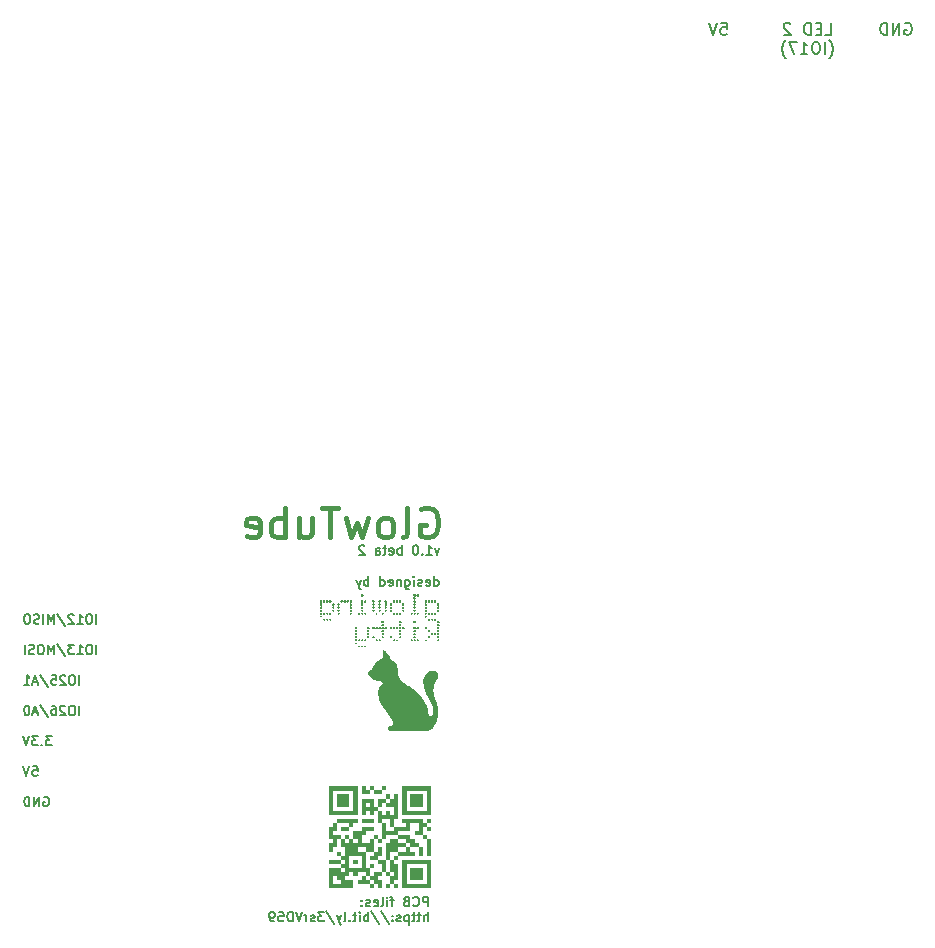
<source format=gbr>
%TF.GenerationSoftware,KiCad,Pcbnew,(6.0.4-0)*%
%TF.CreationDate,2022-05-04T17:09:46+02:00*%
%TF.ProjectId,GlowTube,476c6f77-5475-4626-952e-6b696361645f,rev?*%
%TF.SameCoordinates,Original*%
%TF.FileFunction,Legend,Bot*%
%TF.FilePolarity,Positive*%
%FSLAX46Y46*%
G04 Gerber Fmt 4.6, Leading zero omitted, Abs format (unit mm)*
G04 Created by KiCad (PCBNEW (6.0.4-0)) date 2022-05-04 17:09:46*
%MOMM*%
%LPD*%
G01*
G04 APERTURE LIST*
%ADD10C,0.150000*%
%ADD11C,0.400000*%
G04 APERTURE END LIST*
D10*
X126457334Y-129808345D02*
X126266858Y-130341678D01*
X126076381Y-129808345D01*
X125352572Y-130341678D02*
X125809715Y-130341678D01*
X125581143Y-130341678D02*
X125581143Y-129541678D01*
X125657334Y-129655964D01*
X125733524Y-129732154D01*
X125809715Y-129770250D01*
X125009715Y-130265488D02*
X124971620Y-130303583D01*
X125009715Y-130341678D01*
X125047810Y-130303583D01*
X125009715Y-130265488D01*
X125009715Y-130341678D01*
X124476381Y-129541678D02*
X124400191Y-129541678D01*
X124324000Y-129579774D01*
X124285905Y-129617869D01*
X124247810Y-129694059D01*
X124209715Y-129846440D01*
X124209715Y-130036916D01*
X124247810Y-130189297D01*
X124285905Y-130265488D01*
X124324000Y-130303583D01*
X124400191Y-130341678D01*
X124476381Y-130341678D01*
X124552572Y-130303583D01*
X124590667Y-130265488D01*
X124628762Y-130189297D01*
X124666858Y-130036916D01*
X124666858Y-129846440D01*
X124628762Y-129694059D01*
X124590667Y-129617869D01*
X124552572Y-129579774D01*
X124476381Y-129541678D01*
X123257334Y-130341678D02*
X123257334Y-129541678D01*
X123257334Y-129846440D02*
X123181143Y-129808345D01*
X123028762Y-129808345D01*
X122952572Y-129846440D01*
X122914477Y-129884535D01*
X122876381Y-129960726D01*
X122876381Y-130189297D01*
X122914477Y-130265488D01*
X122952572Y-130303583D01*
X123028762Y-130341678D01*
X123181143Y-130341678D01*
X123257334Y-130303583D01*
X122228762Y-130303583D02*
X122304953Y-130341678D01*
X122457334Y-130341678D01*
X122533524Y-130303583D01*
X122571620Y-130227393D01*
X122571620Y-129922631D01*
X122533524Y-129846440D01*
X122457334Y-129808345D01*
X122304953Y-129808345D01*
X122228762Y-129846440D01*
X122190667Y-129922631D01*
X122190667Y-129998821D01*
X122571620Y-130075012D01*
X121962096Y-129808345D02*
X121657334Y-129808345D01*
X121847810Y-129541678D02*
X121847810Y-130227393D01*
X121809715Y-130303583D01*
X121733524Y-130341678D01*
X121657334Y-130341678D01*
X121047810Y-130341678D02*
X121047810Y-129922631D01*
X121085905Y-129846440D01*
X121162096Y-129808345D01*
X121314477Y-129808345D01*
X121390667Y-129846440D01*
X121047810Y-130303583D02*
X121124000Y-130341678D01*
X121314477Y-130341678D01*
X121390667Y-130303583D01*
X121428762Y-130227393D01*
X121428762Y-130151202D01*
X121390667Y-130075012D01*
X121314477Y-130036916D01*
X121124000Y-130036916D01*
X121047810Y-129998821D01*
X120095429Y-129617869D02*
X120057334Y-129579774D01*
X119981143Y-129541678D01*
X119790667Y-129541678D01*
X119714477Y-129579774D01*
X119676381Y-129617869D01*
X119638286Y-129694059D01*
X119638286Y-129770250D01*
X119676381Y-129884535D01*
X120133524Y-130341678D01*
X119638286Y-130341678D01*
X97423214Y-136183904D02*
X97423214Y-135383904D01*
X96889880Y-135383904D02*
X96737500Y-135383904D01*
X96661309Y-135422000D01*
X96585119Y-135498190D01*
X96547023Y-135650571D01*
X96547023Y-135917238D01*
X96585119Y-136069619D01*
X96661309Y-136145809D01*
X96737500Y-136183904D01*
X96889880Y-136183904D01*
X96966071Y-136145809D01*
X97042261Y-136069619D01*
X97080357Y-135917238D01*
X97080357Y-135650571D01*
X97042261Y-135498190D01*
X96966071Y-135422000D01*
X96889880Y-135383904D01*
X95785119Y-136183904D02*
X96242261Y-136183904D01*
X96013690Y-136183904D02*
X96013690Y-135383904D01*
X96089880Y-135498190D01*
X96166071Y-135574380D01*
X96242261Y-135612476D01*
X95480357Y-135460095D02*
X95442261Y-135422000D01*
X95366071Y-135383904D01*
X95175595Y-135383904D01*
X95099404Y-135422000D01*
X95061309Y-135460095D01*
X95023214Y-135536285D01*
X95023214Y-135612476D01*
X95061309Y-135726761D01*
X95518452Y-136183904D01*
X95023214Y-136183904D01*
X94108928Y-135345809D02*
X94794642Y-136374380D01*
X93842261Y-136183904D02*
X93842261Y-135383904D01*
X93575595Y-135955333D01*
X93308928Y-135383904D01*
X93308928Y-136183904D01*
X92927976Y-136183904D02*
X92927976Y-135383904D01*
X92585119Y-136145809D02*
X92470833Y-136183904D01*
X92280357Y-136183904D01*
X92204166Y-136145809D01*
X92166071Y-136107714D01*
X92127976Y-136031523D01*
X92127976Y-135955333D01*
X92166071Y-135879142D01*
X92204166Y-135841047D01*
X92280357Y-135802952D01*
X92432738Y-135764857D01*
X92508928Y-135726761D01*
X92547023Y-135688666D01*
X92585119Y-135612476D01*
X92585119Y-135536285D01*
X92547023Y-135460095D01*
X92508928Y-135422000D01*
X92432738Y-135383904D01*
X92242261Y-135383904D01*
X92127976Y-135422000D01*
X91632738Y-135383904D02*
X91480357Y-135383904D01*
X91404166Y-135422000D01*
X91327976Y-135498190D01*
X91289880Y-135650571D01*
X91289880Y-135917238D01*
X91327976Y-136069619D01*
X91404166Y-136145809D01*
X91480357Y-136183904D01*
X91632738Y-136183904D01*
X91708928Y-136145809D01*
X91785119Y-136069619D01*
X91823214Y-135917238D01*
X91823214Y-135650571D01*
X91785119Y-135498190D01*
X91708928Y-135422000D01*
X91632738Y-135383904D01*
X97423214Y-138759904D02*
X97423214Y-137959904D01*
X96889880Y-137959904D02*
X96737500Y-137959904D01*
X96661309Y-137998000D01*
X96585119Y-138074190D01*
X96547023Y-138226571D01*
X96547023Y-138493238D01*
X96585119Y-138645619D01*
X96661309Y-138721809D01*
X96737500Y-138759904D01*
X96889880Y-138759904D01*
X96966071Y-138721809D01*
X97042261Y-138645619D01*
X97080357Y-138493238D01*
X97080357Y-138226571D01*
X97042261Y-138074190D01*
X96966071Y-137998000D01*
X96889880Y-137959904D01*
X95785119Y-138759904D02*
X96242261Y-138759904D01*
X96013690Y-138759904D02*
X96013690Y-137959904D01*
X96089880Y-138074190D01*
X96166071Y-138150380D01*
X96242261Y-138188476D01*
X95518452Y-137959904D02*
X95023214Y-137959904D01*
X95289880Y-138264666D01*
X95175595Y-138264666D01*
X95099404Y-138302761D01*
X95061309Y-138340857D01*
X95023214Y-138417047D01*
X95023214Y-138607523D01*
X95061309Y-138683714D01*
X95099404Y-138721809D01*
X95175595Y-138759904D01*
X95404166Y-138759904D01*
X95480357Y-138721809D01*
X95518452Y-138683714D01*
X94108928Y-137921809D02*
X94794642Y-138950380D01*
X93842261Y-138759904D02*
X93842261Y-137959904D01*
X93575595Y-138531333D01*
X93308928Y-137959904D01*
X93308928Y-138759904D01*
X92775595Y-137959904D02*
X92623214Y-137959904D01*
X92547023Y-137998000D01*
X92470833Y-138074190D01*
X92432738Y-138226571D01*
X92432738Y-138493238D01*
X92470833Y-138645619D01*
X92547023Y-138721809D01*
X92623214Y-138759904D01*
X92775595Y-138759904D01*
X92851785Y-138721809D01*
X92927976Y-138645619D01*
X92966071Y-138493238D01*
X92966071Y-138226571D01*
X92927976Y-138074190D01*
X92851785Y-137998000D01*
X92775595Y-137959904D01*
X92127976Y-138721809D02*
X92013690Y-138759904D01*
X91823214Y-138759904D01*
X91747023Y-138721809D01*
X91708928Y-138683714D01*
X91670833Y-138607523D01*
X91670833Y-138531333D01*
X91708928Y-138455142D01*
X91747023Y-138417047D01*
X91823214Y-138378952D01*
X91975595Y-138340857D01*
X92051785Y-138302761D01*
X92089880Y-138264666D01*
X92127976Y-138188476D01*
X92127976Y-138112285D01*
X92089880Y-138036095D01*
X92051785Y-137998000D01*
X91975595Y-137959904D01*
X91785119Y-137959904D01*
X91670833Y-137998000D01*
X91327976Y-138759904D02*
X91327976Y-137959904D01*
X95975595Y-141335904D02*
X95975595Y-140535904D01*
X95442261Y-140535904D02*
X95289880Y-140535904D01*
X95213690Y-140574000D01*
X95137500Y-140650190D01*
X95099404Y-140802571D01*
X95099404Y-141069238D01*
X95137500Y-141221619D01*
X95213690Y-141297809D01*
X95289880Y-141335904D01*
X95442261Y-141335904D01*
X95518452Y-141297809D01*
X95594642Y-141221619D01*
X95632738Y-141069238D01*
X95632738Y-140802571D01*
X95594642Y-140650190D01*
X95518452Y-140574000D01*
X95442261Y-140535904D01*
X94794642Y-140612095D02*
X94756547Y-140574000D01*
X94680357Y-140535904D01*
X94489880Y-140535904D01*
X94413690Y-140574000D01*
X94375595Y-140612095D01*
X94337500Y-140688285D01*
X94337500Y-140764476D01*
X94375595Y-140878761D01*
X94832738Y-141335904D01*
X94337500Y-141335904D01*
X93613690Y-140535904D02*
X93994642Y-140535904D01*
X94032738Y-140916857D01*
X93994642Y-140878761D01*
X93918452Y-140840666D01*
X93727976Y-140840666D01*
X93651785Y-140878761D01*
X93613690Y-140916857D01*
X93575595Y-140993047D01*
X93575595Y-141183523D01*
X93613690Y-141259714D01*
X93651785Y-141297809D01*
X93727976Y-141335904D01*
X93918452Y-141335904D01*
X93994642Y-141297809D01*
X94032738Y-141259714D01*
X92661309Y-140497809D02*
X93347023Y-141526380D01*
X92432738Y-141107333D02*
X92051785Y-141107333D01*
X92508928Y-141335904D02*
X92242261Y-140535904D01*
X91975595Y-141335904D01*
X91289880Y-141335904D02*
X91747023Y-141335904D01*
X91518452Y-141335904D02*
X91518452Y-140535904D01*
X91594642Y-140650190D01*
X91670833Y-140726380D01*
X91747023Y-140764476D01*
X95975595Y-143911904D02*
X95975595Y-143111904D01*
X95442261Y-143111904D02*
X95289880Y-143111904D01*
X95213690Y-143150000D01*
X95137500Y-143226190D01*
X95099404Y-143378571D01*
X95099404Y-143645238D01*
X95137500Y-143797619D01*
X95213690Y-143873809D01*
X95289880Y-143911904D01*
X95442261Y-143911904D01*
X95518452Y-143873809D01*
X95594642Y-143797619D01*
X95632738Y-143645238D01*
X95632738Y-143378571D01*
X95594642Y-143226190D01*
X95518452Y-143150000D01*
X95442261Y-143111904D01*
X94794642Y-143188095D02*
X94756547Y-143150000D01*
X94680357Y-143111904D01*
X94489880Y-143111904D01*
X94413690Y-143150000D01*
X94375595Y-143188095D01*
X94337500Y-143264285D01*
X94337500Y-143340476D01*
X94375595Y-143454761D01*
X94832738Y-143911904D01*
X94337500Y-143911904D01*
X93651785Y-143111904D02*
X93804166Y-143111904D01*
X93880357Y-143150000D01*
X93918452Y-143188095D01*
X93994642Y-143302380D01*
X94032738Y-143454761D01*
X94032738Y-143759523D01*
X93994642Y-143835714D01*
X93956547Y-143873809D01*
X93880357Y-143911904D01*
X93727976Y-143911904D01*
X93651785Y-143873809D01*
X93613690Y-143835714D01*
X93575595Y-143759523D01*
X93575595Y-143569047D01*
X93613690Y-143492857D01*
X93651785Y-143454761D01*
X93727976Y-143416666D01*
X93880357Y-143416666D01*
X93956547Y-143454761D01*
X93994642Y-143492857D01*
X94032738Y-143569047D01*
X92661309Y-143073809D02*
X93347023Y-144102380D01*
X92432738Y-143683333D02*
X92051785Y-143683333D01*
X92508928Y-143911904D02*
X92242261Y-143111904D01*
X91975595Y-143911904D01*
X91556547Y-143111904D02*
X91480357Y-143111904D01*
X91404166Y-143150000D01*
X91366071Y-143188095D01*
X91327976Y-143264285D01*
X91289880Y-143416666D01*
X91289880Y-143607142D01*
X91327976Y-143759523D01*
X91366071Y-143835714D01*
X91404166Y-143873809D01*
X91480357Y-143911904D01*
X91556547Y-143911904D01*
X91632738Y-143873809D01*
X91670833Y-143835714D01*
X91708928Y-143759523D01*
X91747023Y-143607142D01*
X91747023Y-143416666D01*
X91708928Y-143264285D01*
X91670833Y-143188095D01*
X91632738Y-143150000D01*
X91556547Y-143111904D01*
X93613690Y-145687904D02*
X93118452Y-145687904D01*
X93385119Y-145992666D01*
X93270833Y-145992666D01*
X93194642Y-146030761D01*
X93156547Y-146068857D01*
X93118452Y-146145047D01*
X93118452Y-146335523D01*
X93156547Y-146411714D01*
X93194642Y-146449809D01*
X93270833Y-146487904D01*
X93499404Y-146487904D01*
X93575595Y-146449809D01*
X93613690Y-146411714D01*
X92775595Y-146411714D02*
X92737500Y-146449809D01*
X92775595Y-146487904D01*
X92813690Y-146449809D01*
X92775595Y-146411714D01*
X92775595Y-146487904D01*
X92470833Y-145687904D02*
X91975595Y-145687904D01*
X92242261Y-145992666D01*
X92127976Y-145992666D01*
X92051785Y-146030761D01*
X92013690Y-146068857D01*
X91975595Y-146145047D01*
X91975595Y-146335523D01*
X92013690Y-146411714D01*
X92051785Y-146449809D01*
X92127976Y-146487904D01*
X92356547Y-146487904D01*
X92432738Y-146449809D01*
X92470833Y-146411714D01*
X91747023Y-145687904D02*
X91480357Y-146487904D01*
X91213690Y-145687904D01*
X92013690Y-148263904D02*
X92394642Y-148263904D01*
X92432738Y-148644857D01*
X92394642Y-148606761D01*
X92318452Y-148568666D01*
X92127976Y-148568666D01*
X92051785Y-148606761D01*
X92013690Y-148644857D01*
X91975595Y-148721047D01*
X91975595Y-148911523D01*
X92013690Y-148987714D01*
X92051785Y-149025809D01*
X92127976Y-149063904D01*
X92318452Y-149063904D01*
X92394642Y-149025809D01*
X92432738Y-148987714D01*
X91747023Y-148263904D02*
X91480357Y-149063904D01*
X91213690Y-148263904D01*
X92966071Y-150878000D02*
X93042261Y-150839904D01*
X93156547Y-150839904D01*
X93270833Y-150878000D01*
X93347023Y-150954190D01*
X93385119Y-151030380D01*
X93423214Y-151182761D01*
X93423214Y-151297047D01*
X93385119Y-151449428D01*
X93347023Y-151525619D01*
X93270833Y-151601809D01*
X93156547Y-151639904D01*
X93080357Y-151639904D01*
X92966071Y-151601809D01*
X92927976Y-151563714D01*
X92927976Y-151297047D01*
X93080357Y-151297047D01*
X92585119Y-151639904D02*
X92585119Y-150839904D01*
X92127976Y-151639904D01*
X92127976Y-150839904D01*
X91747023Y-151639904D02*
X91747023Y-150839904D01*
X91556547Y-150839904D01*
X91442261Y-150878000D01*
X91366071Y-150954190D01*
X91327976Y-151030380D01*
X91289880Y-151182761D01*
X91289880Y-151297047D01*
X91327976Y-151449428D01*
X91366071Y-151525619D01*
X91442261Y-151601809D01*
X91556547Y-151639904D01*
X91747023Y-151639904D01*
X159120000Y-86317380D02*
X159596190Y-86317380D01*
X159596190Y-85317380D01*
X158786666Y-85793571D02*
X158453333Y-85793571D01*
X158310476Y-86317380D02*
X158786666Y-86317380D01*
X158786666Y-85317380D01*
X158310476Y-85317380D01*
X157881904Y-86317380D02*
X157881904Y-85317380D01*
X157643809Y-85317380D01*
X157500952Y-85365000D01*
X157405714Y-85460238D01*
X157358095Y-85555476D01*
X157310476Y-85745952D01*
X157310476Y-85888809D01*
X157358095Y-86079285D01*
X157405714Y-86174523D01*
X157500952Y-86269761D01*
X157643809Y-86317380D01*
X157881904Y-86317380D01*
X156167619Y-85412619D02*
X156120000Y-85365000D01*
X156024761Y-85317380D01*
X155786666Y-85317380D01*
X155691428Y-85365000D01*
X155643809Y-85412619D01*
X155596190Y-85507857D01*
X155596190Y-85603095D01*
X155643809Y-85745952D01*
X156215238Y-86317380D01*
X155596190Y-86317380D01*
X159477142Y-88308333D02*
X159524761Y-88260714D01*
X159620000Y-88117857D01*
X159667619Y-88022619D01*
X159715238Y-87879761D01*
X159762857Y-87641666D01*
X159762857Y-87451190D01*
X159715238Y-87213095D01*
X159667619Y-87070238D01*
X159620000Y-86975000D01*
X159524761Y-86832142D01*
X159477142Y-86784523D01*
X159096190Y-87927380D02*
X159096190Y-86927380D01*
X158429523Y-86927380D02*
X158239047Y-86927380D01*
X158143809Y-86975000D01*
X158048571Y-87070238D01*
X158000952Y-87260714D01*
X158000952Y-87594047D01*
X158048571Y-87784523D01*
X158143809Y-87879761D01*
X158239047Y-87927380D01*
X158429523Y-87927380D01*
X158524761Y-87879761D01*
X158620000Y-87784523D01*
X158667619Y-87594047D01*
X158667619Y-87260714D01*
X158620000Y-87070238D01*
X158524761Y-86975000D01*
X158429523Y-86927380D01*
X157048571Y-87927380D02*
X157620000Y-87927380D01*
X157334285Y-87927380D02*
X157334285Y-86927380D01*
X157429523Y-87070238D01*
X157524761Y-87165476D01*
X157620000Y-87213095D01*
X156715238Y-86927380D02*
X156048571Y-86927380D01*
X156477142Y-87927380D01*
X155762857Y-88308333D02*
X155715238Y-88260714D01*
X155620000Y-88117857D01*
X155572380Y-88022619D01*
X155524761Y-87879761D01*
X155477142Y-87641666D01*
X155477142Y-87451190D01*
X155524761Y-87213095D01*
X155572380Y-87070238D01*
X155620000Y-86975000D01*
X155715238Y-86832142D01*
X155762857Y-86784523D01*
X165881904Y-85365000D02*
X165977142Y-85317380D01*
X166120000Y-85317380D01*
X166262857Y-85365000D01*
X166358095Y-85460238D01*
X166405714Y-85555476D01*
X166453333Y-85745952D01*
X166453333Y-85888809D01*
X166405714Y-86079285D01*
X166358095Y-86174523D01*
X166262857Y-86269761D01*
X166120000Y-86317380D01*
X166024761Y-86317380D01*
X165881904Y-86269761D01*
X165834285Y-86222142D01*
X165834285Y-85888809D01*
X166024761Y-85888809D01*
X165405714Y-86317380D02*
X165405714Y-85317380D01*
X164834285Y-86317380D01*
X164834285Y-85317380D01*
X164358095Y-86317380D02*
X164358095Y-85317380D01*
X164120000Y-85317380D01*
X163977142Y-85365000D01*
X163881904Y-85460238D01*
X163834285Y-85555476D01*
X163786666Y-85745952D01*
X163786666Y-85888809D01*
X163834285Y-86079285D01*
X163881904Y-86174523D01*
X163977142Y-86269761D01*
X164120000Y-86317380D01*
X164358095Y-86317380D01*
X150290476Y-85317380D02*
X150766666Y-85317380D01*
X150814285Y-85793571D01*
X150766666Y-85745952D01*
X150671428Y-85698333D01*
X150433333Y-85698333D01*
X150338095Y-85745952D01*
X150290476Y-85793571D01*
X150242857Y-85888809D01*
X150242857Y-86126904D01*
X150290476Y-86222142D01*
X150338095Y-86269761D01*
X150433333Y-86317380D01*
X150671428Y-86317380D01*
X150766666Y-86269761D01*
X150814285Y-86222142D01*
X149957142Y-85317380D02*
X149623809Y-86317380D01*
X149290476Y-85317380D01*
D11*
X124936158Y-126494574D02*
X125174253Y-126375526D01*
X125531396Y-126375526D01*
X125888539Y-126494574D01*
X126126634Y-126732669D01*
X126245681Y-126970764D01*
X126364729Y-127446954D01*
X126364729Y-127804097D01*
X126245681Y-128280288D01*
X126126634Y-128518383D01*
X125888539Y-128756478D01*
X125531396Y-128875526D01*
X125293300Y-128875526D01*
X124936158Y-128756478D01*
X124817110Y-128637431D01*
X124817110Y-127804097D01*
X125293300Y-127804097D01*
X123388539Y-128875526D02*
X123626634Y-128756478D01*
X123745681Y-128518383D01*
X123745681Y-126375526D01*
X122079015Y-128875526D02*
X122317110Y-128756478D01*
X122436158Y-128637431D01*
X122555205Y-128399335D01*
X122555205Y-127685050D01*
X122436158Y-127446954D01*
X122317110Y-127327907D01*
X122079015Y-127208859D01*
X121721872Y-127208859D01*
X121483777Y-127327907D01*
X121364729Y-127446954D01*
X121245681Y-127685050D01*
X121245681Y-128399335D01*
X121364729Y-128637431D01*
X121483777Y-128756478D01*
X121721872Y-128875526D01*
X122079015Y-128875526D01*
X120412348Y-127208859D02*
X119936158Y-128875526D01*
X119459967Y-127685050D01*
X118983777Y-128875526D01*
X118507586Y-127208859D01*
X117912348Y-126375526D02*
X116483777Y-126375526D01*
X117198062Y-128875526D02*
X117198062Y-126375526D01*
X114579015Y-127208859D02*
X114579015Y-128875526D01*
X115650443Y-127208859D02*
X115650443Y-128518383D01*
X115531396Y-128756478D01*
X115293300Y-128875526D01*
X114936158Y-128875526D01*
X114698062Y-128756478D01*
X114579015Y-128637431D01*
X113388539Y-128875526D02*
X113388539Y-126375526D01*
X113388539Y-127327907D02*
X113150443Y-127208859D01*
X112674253Y-127208859D01*
X112436158Y-127327907D01*
X112317110Y-127446954D01*
X112198062Y-127685050D01*
X112198062Y-128399335D01*
X112317110Y-128637431D01*
X112436158Y-128756478D01*
X112674253Y-128875526D01*
X113150443Y-128875526D01*
X113388539Y-128756478D01*
X110174253Y-128756478D02*
X110412348Y-128875526D01*
X110888539Y-128875526D01*
X111126634Y-128756478D01*
X111245681Y-128518383D01*
X111245681Y-127566002D01*
X111126634Y-127327907D01*
X110888539Y-127208859D01*
X110412348Y-127208859D01*
X110174253Y-127327907D01*
X110055205Y-127566002D01*
X110055205Y-127804097D01*
X111245681Y-128042193D01*
D10*
X126012886Y-132983278D02*
X126012886Y-132183278D01*
X126012886Y-132945183D02*
X126089077Y-132983278D01*
X126241458Y-132983278D01*
X126317648Y-132945183D01*
X126355743Y-132907088D01*
X126393839Y-132830897D01*
X126393839Y-132602326D01*
X126355743Y-132526135D01*
X126317648Y-132488040D01*
X126241458Y-132449945D01*
X126089077Y-132449945D01*
X126012886Y-132488040D01*
X125327172Y-132945183D02*
X125403362Y-132983278D01*
X125555743Y-132983278D01*
X125631934Y-132945183D01*
X125670029Y-132868993D01*
X125670029Y-132564231D01*
X125631934Y-132488040D01*
X125555743Y-132449945D01*
X125403362Y-132449945D01*
X125327172Y-132488040D01*
X125289077Y-132564231D01*
X125289077Y-132640421D01*
X125670029Y-132716612D01*
X124984315Y-132945183D02*
X124908124Y-132983278D01*
X124755743Y-132983278D01*
X124679553Y-132945183D01*
X124641458Y-132868993D01*
X124641458Y-132830897D01*
X124679553Y-132754707D01*
X124755743Y-132716612D01*
X124870029Y-132716612D01*
X124946220Y-132678516D01*
X124984315Y-132602326D01*
X124984315Y-132564231D01*
X124946220Y-132488040D01*
X124870029Y-132449945D01*
X124755743Y-132449945D01*
X124679553Y-132488040D01*
X124298600Y-132983278D02*
X124298600Y-132449945D01*
X124298600Y-132183278D02*
X124336696Y-132221374D01*
X124298600Y-132259469D01*
X124260505Y-132221374D01*
X124298600Y-132183278D01*
X124298600Y-132259469D01*
X123574791Y-132449945D02*
X123574791Y-133097564D01*
X123612886Y-133173754D01*
X123650981Y-133211850D01*
X123727172Y-133249945D01*
X123841458Y-133249945D01*
X123917648Y-133211850D01*
X123574791Y-132945183D02*
X123650981Y-132983278D01*
X123803362Y-132983278D01*
X123879553Y-132945183D01*
X123917648Y-132907088D01*
X123955743Y-132830897D01*
X123955743Y-132602326D01*
X123917648Y-132526135D01*
X123879553Y-132488040D01*
X123803362Y-132449945D01*
X123650981Y-132449945D01*
X123574791Y-132488040D01*
X123193839Y-132449945D02*
X123193839Y-132983278D01*
X123193839Y-132526135D02*
X123155743Y-132488040D01*
X123079553Y-132449945D01*
X122965267Y-132449945D01*
X122889077Y-132488040D01*
X122850981Y-132564231D01*
X122850981Y-132983278D01*
X122165267Y-132945183D02*
X122241458Y-132983278D01*
X122393839Y-132983278D01*
X122470029Y-132945183D01*
X122508124Y-132868993D01*
X122508124Y-132564231D01*
X122470029Y-132488040D01*
X122393839Y-132449945D01*
X122241458Y-132449945D01*
X122165267Y-132488040D01*
X122127172Y-132564231D01*
X122127172Y-132640421D01*
X122508124Y-132716612D01*
X121441458Y-132983278D02*
X121441458Y-132183278D01*
X121441458Y-132945183D02*
X121517648Y-132983278D01*
X121670029Y-132983278D01*
X121746220Y-132945183D01*
X121784315Y-132907088D01*
X121822410Y-132830897D01*
X121822410Y-132602326D01*
X121784315Y-132526135D01*
X121746220Y-132488040D01*
X121670029Y-132449945D01*
X121517648Y-132449945D01*
X121441458Y-132488040D01*
X120450981Y-132983278D02*
X120450981Y-132183278D01*
X120450981Y-132488040D02*
X120374791Y-132449945D01*
X120222410Y-132449945D01*
X120146220Y-132488040D01*
X120108124Y-132526135D01*
X120070029Y-132602326D01*
X120070029Y-132830897D01*
X120108124Y-132907088D01*
X120146220Y-132945183D01*
X120222410Y-132983278D01*
X120374791Y-132983278D01*
X120450981Y-132945183D01*
X119803362Y-132449945D02*
X119612886Y-132983278D01*
X119422410Y-132449945D02*
X119612886Y-132983278D01*
X119689077Y-133173754D01*
X119727172Y-133211850D01*
X119803362Y-133249945D01*
X125488950Y-160098496D02*
X125488950Y-159298496D01*
X125184188Y-159298496D01*
X125107998Y-159336592D01*
X125069903Y-159374687D01*
X125031807Y-159450877D01*
X125031807Y-159565163D01*
X125069903Y-159641353D01*
X125107998Y-159679449D01*
X125184188Y-159717544D01*
X125488950Y-159717544D01*
X124231807Y-160022306D02*
X124269903Y-160060401D01*
X124384188Y-160098496D01*
X124460379Y-160098496D01*
X124574665Y-160060401D01*
X124650855Y-159984211D01*
X124688950Y-159908020D01*
X124727046Y-159755639D01*
X124727046Y-159641353D01*
X124688950Y-159488972D01*
X124650855Y-159412782D01*
X124574665Y-159336592D01*
X124460379Y-159298496D01*
X124384188Y-159298496D01*
X124269903Y-159336592D01*
X124231807Y-159374687D01*
X123622284Y-159679449D02*
X123507998Y-159717544D01*
X123469903Y-159755639D01*
X123431807Y-159831830D01*
X123431807Y-159946115D01*
X123469903Y-160022306D01*
X123507998Y-160060401D01*
X123584188Y-160098496D01*
X123888950Y-160098496D01*
X123888950Y-159298496D01*
X123622284Y-159298496D01*
X123546093Y-159336592D01*
X123507998Y-159374687D01*
X123469903Y-159450877D01*
X123469903Y-159527068D01*
X123507998Y-159603258D01*
X123546093Y-159641353D01*
X123622284Y-159679449D01*
X123888950Y-159679449D01*
X122593712Y-159565163D02*
X122288950Y-159565163D01*
X122479427Y-160098496D02*
X122479427Y-159412782D01*
X122441331Y-159336592D01*
X122365141Y-159298496D01*
X122288950Y-159298496D01*
X122022284Y-160098496D02*
X122022284Y-159565163D01*
X122022284Y-159298496D02*
X122060379Y-159336592D01*
X122022284Y-159374687D01*
X121984188Y-159336592D01*
X122022284Y-159298496D01*
X122022284Y-159374687D01*
X121527046Y-160098496D02*
X121603236Y-160060401D01*
X121641331Y-159984211D01*
X121641331Y-159298496D01*
X120917522Y-160060401D02*
X120993712Y-160098496D01*
X121146093Y-160098496D01*
X121222284Y-160060401D01*
X121260379Y-159984211D01*
X121260379Y-159679449D01*
X121222284Y-159603258D01*
X121146093Y-159565163D01*
X120993712Y-159565163D01*
X120917522Y-159603258D01*
X120879426Y-159679449D01*
X120879426Y-159755639D01*
X121260379Y-159831830D01*
X120574665Y-160060401D02*
X120498474Y-160098496D01*
X120346093Y-160098496D01*
X120269903Y-160060401D01*
X120231807Y-159984211D01*
X120231807Y-159946115D01*
X120269903Y-159869925D01*
X120346093Y-159831830D01*
X120460379Y-159831830D01*
X120536569Y-159793734D01*
X120574665Y-159717544D01*
X120574665Y-159679449D01*
X120536569Y-159603258D01*
X120460379Y-159565163D01*
X120346093Y-159565163D01*
X120269903Y-159603258D01*
X119888950Y-160022306D02*
X119850855Y-160060401D01*
X119888950Y-160098496D01*
X119927046Y-160060401D01*
X119888950Y-160022306D01*
X119888950Y-160098496D01*
X119888950Y-159603258D02*
X119850855Y-159641353D01*
X119888950Y-159679449D01*
X119927046Y-159641353D01*
X119888950Y-159603258D01*
X119888950Y-159679449D01*
X125488950Y-161386496D02*
X125488950Y-160586496D01*
X125146093Y-161386496D02*
X125146093Y-160967449D01*
X125184188Y-160891258D01*
X125260379Y-160853163D01*
X125374665Y-160853163D01*
X125450855Y-160891258D01*
X125488950Y-160929353D01*
X124879427Y-160853163D02*
X124574665Y-160853163D01*
X124765141Y-160586496D02*
X124765141Y-161272211D01*
X124727046Y-161348401D01*
X124650855Y-161386496D01*
X124574665Y-161386496D01*
X124422284Y-160853163D02*
X124117522Y-160853163D01*
X124307998Y-160586496D02*
X124307998Y-161272211D01*
X124269903Y-161348401D01*
X124193712Y-161386496D01*
X124117522Y-161386496D01*
X123850855Y-160853163D02*
X123850855Y-161653163D01*
X123850855Y-160891258D02*
X123774665Y-160853163D01*
X123622284Y-160853163D01*
X123546093Y-160891258D01*
X123507998Y-160929353D01*
X123469903Y-161005544D01*
X123469903Y-161234115D01*
X123507998Y-161310306D01*
X123546093Y-161348401D01*
X123622284Y-161386496D01*
X123774665Y-161386496D01*
X123850855Y-161348401D01*
X123165141Y-161348401D02*
X123088950Y-161386496D01*
X122936569Y-161386496D01*
X122860379Y-161348401D01*
X122822284Y-161272211D01*
X122822284Y-161234115D01*
X122860379Y-161157925D01*
X122936569Y-161119830D01*
X123050855Y-161119830D01*
X123127046Y-161081734D01*
X123165141Y-161005544D01*
X123165141Y-160967449D01*
X123127046Y-160891258D01*
X123050855Y-160853163D01*
X122936569Y-160853163D01*
X122860379Y-160891258D01*
X122479427Y-161310306D02*
X122441331Y-161348401D01*
X122479427Y-161386496D01*
X122517522Y-161348401D01*
X122479427Y-161310306D01*
X122479427Y-161386496D01*
X122479427Y-160891258D02*
X122441331Y-160929353D01*
X122479427Y-160967449D01*
X122517522Y-160929353D01*
X122479427Y-160891258D01*
X122479427Y-160967449D01*
X121527046Y-160548401D02*
X122212760Y-161576972D01*
X120688950Y-160548401D02*
X121374665Y-161576972D01*
X120422284Y-161386496D02*
X120422284Y-160586496D01*
X120422284Y-160891258D02*
X120346093Y-160853163D01*
X120193712Y-160853163D01*
X120117522Y-160891258D01*
X120079427Y-160929353D01*
X120041331Y-161005544D01*
X120041331Y-161234115D01*
X120079427Y-161310306D01*
X120117522Y-161348401D01*
X120193712Y-161386496D01*
X120346093Y-161386496D01*
X120422284Y-161348401D01*
X119698474Y-161386496D02*
X119698474Y-160853163D01*
X119698474Y-160586496D02*
X119736569Y-160624592D01*
X119698474Y-160662687D01*
X119660379Y-160624592D01*
X119698474Y-160586496D01*
X119698474Y-160662687D01*
X119431807Y-160853163D02*
X119127046Y-160853163D01*
X119317522Y-160586496D02*
X119317522Y-161272211D01*
X119279427Y-161348401D01*
X119203236Y-161386496D01*
X119127046Y-161386496D01*
X118860379Y-161310306D02*
X118822284Y-161348401D01*
X118860379Y-161386496D01*
X118898474Y-161348401D01*
X118860379Y-161310306D01*
X118860379Y-161386496D01*
X118365141Y-161386496D02*
X118441331Y-161348401D01*
X118479427Y-161272211D01*
X118479427Y-160586496D01*
X118136569Y-160853163D02*
X117946093Y-161386496D01*
X117755617Y-160853163D02*
X117946093Y-161386496D01*
X118022284Y-161576972D01*
X118060379Y-161615068D01*
X118136569Y-161653163D01*
X116879427Y-160548401D02*
X117565141Y-161576972D01*
X116688950Y-160586496D02*
X116193712Y-160586496D01*
X116460379Y-160891258D01*
X116346093Y-160891258D01*
X116269903Y-160929353D01*
X116231807Y-160967449D01*
X116193712Y-161043639D01*
X116193712Y-161234115D01*
X116231807Y-161310306D01*
X116269903Y-161348401D01*
X116346093Y-161386496D01*
X116574665Y-161386496D01*
X116650855Y-161348401D01*
X116688950Y-161310306D01*
X115888950Y-161348401D02*
X115812760Y-161386496D01*
X115660379Y-161386496D01*
X115584188Y-161348401D01*
X115546093Y-161272211D01*
X115546093Y-161234115D01*
X115584188Y-161157925D01*
X115660379Y-161119830D01*
X115774665Y-161119830D01*
X115850855Y-161081734D01*
X115888950Y-161005544D01*
X115888950Y-160967449D01*
X115850855Y-160891258D01*
X115774665Y-160853163D01*
X115660379Y-160853163D01*
X115584188Y-160891258D01*
X115203236Y-161386496D02*
X115203236Y-160853163D01*
X115203236Y-161005544D02*
X115165141Y-160929353D01*
X115127046Y-160891258D01*
X115050855Y-160853163D01*
X114974665Y-160853163D01*
X114822284Y-160586496D02*
X114555617Y-161386496D01*
X114288950Y-160586496D01*
X114022284Y-161386496D02*
X114022284Y-160586496D01*
X113831807Y-160586496D01*
X113717522Y-160624592D01*
X113641331Y-160700782D01*
X113603236Y-160776972D01*
X113565141Y-160929353D01*
X113565141Y-161043639D01*
X113603236Y-161196020D01*
X113641331Y-161272211D01*
X113717522Y-161348401D01*
X113831807Y-161386496D01*
X114022284Y-161386496D01*
X112841331Y-160586496D02*
X113222284Y-160586496D01*
X113260379Y-160967449D01*
X113222284Y-160929353D01*
X113146093Y-160891258D01*
X112955617Y-160891258D01*
X112879427Y-160929353D01*
X112841331Y-160967449D01*
X112803236Y-161043639D01*
X112803236Y-161234115D01*
X112841331Y-161310306D01*
X112879427Y-161348401D01*
X112955617Y-161386496D01*
X113146093Y-161386496D01*
X113222284Y-161348401D01*
X113260379Y-161310306D01*
X112422284Y-161386496D02*
X112269903Y-161386496D01*
X112193712Y-161348401D01*
X112155617Y-161310306D01*
X112079427Y-161196020D01*
X112041331Y-161043639D01*
X112041331Y-160738877D01*
X112079427Y-160662687D01*
X112117522Y-160624592D01*
X112193712Y-160586496D01*
X112346093Y-160586496D01*
X112422284Y-160624592D01*
X112460379Y-160662687D01*
X112498474Y-160738877D01*
X112498474Y-160929353D01*
X112460379Y-161005544D01*
X112422284Y-161043639D01*
X112346093Y-161081734D01*
X112193712Y-161081734D01*
X112117522Y-161043639D01*
X112079427Y-161005544D01*
X112041331Y-160929353D01*
%TO.C,G\u002A\u002A\u002A*%
G36*
X116719320Y-135777850D02*
G01*
X116751821Y-135796919D01*
X116770311Y-135828443D01*
X116771527Y-135865041D01*
X116752207Y-135899331D01*
X116746875Y-135904204D01*
X116711853Y-135919987D01*
X116675721Y-135916065D01*
X116644961Y-135896272D01*
X116626055Y-135864439D01*
X116625484Y-135824401D01*
X116626875Y-135819072D01*
X116638542Y-135791975D01*
X116659318Y-135779256D01*
X116697396Y-135775321D01*
X116719320Y-135777850D01*
G37*
G36*
X120931912Y-134990075D02*
G01*
X120954764Y-135012021D01*
X120968114Y-135053724D01*
X120968102Y-135088643D01*
X120947986Y-135126374D01*
X120921093Y-135150544D01*
X120882831Y-135162476D01*
X120844814Y-135156393D01*
X120812052Y-135135753D01*
X120789554Y-135104014D01*
X120782331Y-135064633D01*
X120795393Y-135021068D01*
X120808548Y-135002960D01*
X120832339Y-134989848D01*
X120872369Y-134984228D01*
X120893536Y-134983515D01*
X120931912Y-134990075D01*
G37*
G36*
X120927504Y-134458170D02*
G01*
X120960640Y-134481457D01*
X120977765Y-134517406D01*
X120979834Y-134531292D01*
X120976022Y-134580784D01*
X120956508Y-134621486D01*
X120924431Y-134645841D01*
X120907007Y-134652074D01*
X120881845Y-134658118D01*
X120859279Y-134654972D01*
X120826213Y-134642144D01*
X120812666Y-134635888D01*
X120786445Y-134614089D01*
X120774010Y-134578998D01*
X120773814Y-134577934D01*
X120774438Y-134523770D01*
X120794580Y-134481200D01*
X120829780Y-134453736D01*
X120875574Y-134444888D01*
X120927504Y-134458170D01*
G37*
G36*
X125349331Y-134188127D02*
G01*
X125388679Y-134203885D01*
X125411703Y-134230712D01*
X125424171Y-134273092D01*
X125422076Y-134319378D01*
X125405994Y-134360848D01*
X125376498Y-134388781D01*
X125347734Y-134396996D01*
X125302651Y-134397683D01*
X125258683Y-134388868D01*
X125227659Y-134371893D01*
X125224751Y-134368650D01*
X125210375Y-134335022D01*
X125206864Y-134290539D01*
X125213963Y-134245978D01*
X125231418Y-134212118D01*
X125258469Y-134194628D01*
X125302345Y-134185229D01*
X125349331Y-134188127D01*
G37*
G36*
X125584585Y-134185298D02*
G01*
X125632857Y-134194674D01*
X125664038Y-134220313D01*
X125682765Y-134265622D01*
X125685361Y-134285857D01*
X125678728Y-134329319D01*
X125659602Y-134367748D01*
X125632088Y-134390993D01*
X125583182Y-134402369D01*
X125533630Y-134395962D01*
X125494536Y-134371508D01*
X125471483Y-134331090D01*
X125468817Y-134320521D01*
X125465128Y-134263813D01*
X125482069Y-134221203D01*
X125518455Y-134194390D01*
X125573104Y-134185074D01*
X125584585Y-134185298D01*
G37*
G36*
X126133556Y-136981023D02*
G01*
X126168555Y-137007214D01*
X126188101Y-137045927D01*
X126189434Y-137091232D01*
X126169796Y-137137198D01*
X126162960Y-137145733D01*
X126137560Y-137161356D01*
X126096933Y-137165752D01*
X126076692Y-137164846D01*
X126031574Y-137151626D01*
X126005481Y-137121696D01*
X125997080Y-137073826D01*
X125997664Y-137060057D01*
X126012106Y-137012933D01*
X126044615Y-136983315D01*
X126093438Y-136973036D01*
X126133556Y-136981023D01*
G37*
G36*
X123155785Y-135912210D02*
G01*
X123190698Y-135927077D01*
X123214459Y-135940323D01*
X123238953Y-135964751D01*
X123252293Y-136001365D01*
X123256415Y-136031543D01*
X123248654Y-136083920D01*
X123222539Y-136124893D01*
X123180648Y-136149140D01*
X123151280Y-136157341D01*
X123126615Y-136161251D01*
X123105115Y-136157408D01*
X123074692Y-136145382D01*
X123051846Y-136132139D01*
X123022205Y-136094474D01*
X123011167Y-136044106D01*
X123020359Y-135985805D01*
X123029980Y-135962062D01*
X123051074Y-135937821D01*
X123088170Y-135920653D01*
X123094221Y-135918584D01*
X123128442Y-135909681D01*
X123155785Y-135912210D01*
G37*
G36*
X124420023Y-134467496D02*
G01*
X124437178Y-134483137D01*
X124451647Y-134510030D01*
X124455350Y-134550176D01*
X124451571Y-134586988D01*
X124431246Y-134626276D01*
X124391111Y-134651803D01*
X124387883Y-134652951D01*
X124347789Y-134655438D01*
X124304722Y-134643404D01*
X124272270Y-134620435D01*
X124256662Y-134589763D01*
X124249786Y-134551235D01*
X124249802Y-134549270D01*
X124261391Y-134501619D01*
X124290330Y-134466605D01*
X124330496Y-134447238D01*
X124375768Y-134446531D01*
X124420023Y-134467496D01*
G37*
G36*
X122422547Y-134731832D02*
G01*
X122424185Y-134733040D01*
X122443935Y-134762334D01*
X122451798Y-134803670D01*
X122447268Y-134846695D01*
X122429838Y-134881053D01*
X122405521Y-134896888D01*
X122359176Y-134904548D01*
X122345407Y-134903964D01*
X122298282Y-134889522D01*
X122268665Y-134857013D01*
X122258385Y-134808190D01*
X122266373Y-134768072D01*
X122292564Y-134733073D01*
X122331277Y-134713527D01*
X122376581Y-134712194D01*
X122422547Y-134731832D01*
G37*
G36*
X126388009Y-134988081D02*
G01*
X126414660Y-134999110D01*
X126432252Y-135021068D01*
X126442913Y-135053832D01*
X126438389Y-135100634D01*
X126413695Y-135141333D01*
X126398919Y-135151820D01*
X126360103Y-135161094D01*
X126318460Y-135155358D01*
X126285576Y-135135168D01*
X126275854Y-135121064D01*
X126263597Y-135080303D01*
X126264535Y-135036362D01*
X126279248Y-135001488D01*
X126284169Y-134996476D01*
X126310731Y-134985238D01*
X126355276Y-134984228D01*
X126388009Y-134988081D01*
G37*
G36*
X125349949Y-134986955D02*
G01*
X125382588Y-135002897D01*
X125394928Y-135018910D01*
X125405476Y-135058071D01*
X125400569Y-135100675D01*
X125380388Y-135135807D01*
X125344005Y-135156760D01*
X125298584Y-135159204D01*
X125254769Y-135141503D01*
X125235026Y-135115297D01*
X125225880Y-135075477D01*
X125229454Y-135033995D01*
X125246404Y-135001824D01*
X125267633Y-134989269D01*
X125307671Y-134982381D01*
X125349949Y-134986955D01*
G37*
G36*
X126158965Y-134194907D02*
G01*
X126167626Y-134201669D01*
X126192230Y-134238601D01*
X126201425Y-134285317D01*
X126194591Y-134332779D01*
X126171109Y-134371950D01*
X126160426Y-134381270D01*
X126115214Y-134401202D01*
X126065167Y-134399814D01*
X126018084Y-134376858D01*
X126017345Y-134376268D01*
X125992397Y-134341303D01*
X125982518Y-134295397D01*
X125988197Y-134248553D01*
X126009928Y-134210769D01*
X126010423Y-134210284D01*
X126040720Y-134194191D01*
X126083498Y-134185421D01*
X126126874Y-134185238D01*
X126158965Y-134194907D01*
G37*
G36*
X117245832Y-134187094D02*
G01*
X117290507Y-134203328D01*
X117316458Y-134236743D01*
X117324849Y-134288440D01*
X117324840Y-134290634D01*
X117317446Y-134336574D01*
X117293314Y-134371950D01*
X117271919Y-134389065D01*
X117227407Y-134404678D01*
X117182954Y-134399898D01*
X117144210Y-134377249D01*
X117116822Y-134339255D01*
X117106438Y-134288440D01*
X117108572Y-134259866D01*
X117125723Y-134217579D01*
X117161026Y-134193017D01*
X117215643Y-134185074D01*
X117245832Y-134187094D01*
G37*
G36*
X123417384Y-134983371D02*
G01*
X123454271Y-134995156D01*
X123473434Y-135021136D01*
X123478921Y-135064868D01*
X123477974Y-135089413D01*
X123469799Y-135120844D01*
X123450367Y-135141503D01*
X123421256Y-135155935D01*
X123377484Y-135159774D01*
X123338219Y-135145559D01*
X123309921Y-135116156D01*
X123299053Y-135074427D01*
X123299126Y-135069820D01*
X123310661Y-135022860D01*
X123339929Y-134992449D01*
X123384136Y-134981634D01*
X123417384Y-134983371D01*
G37*
G36*
X121447689Y-134457399D02*
G01*
X121481080Y-134484448D01*
X121493639Y-134509161D01*
X121499977Y-134554118D01*
X121490486Y-134597918D01*
X121467363Y-134632955D01*
X121432804Y-134651621D01*
X121378913Y-134654140D01*
X121334045Y-134637520D01*
X121305127Y-134602944D01*
X121295001Y-134552456D01*
X121295526Y-134530995D01*
X121301869Y-134494252D01*
X121319118Y-134471608D01*
X121351900Y-134455150D01*
X121352661Y-134454864D01*
X121401935Y-134446869D01*
X121447689Y-134457399D01*
G37*
G36*
X116962230Y-135238593D02*
G01*
X116999698Y-135249914D01*
X117026447Y-135278248D01*
X117039888Y-135316339D01*
X117037436Y-135356930D01*
X117016503Y-135392762D01*
X116990484Y-135410880D01*
X116947921Y-135416699D01*
X116903732Y-135398458D01*
X116898762Y-135394706D01*
X116880454Y-135369032D01*
X116875178Y-135328524D01*
X116875208Y-135325694D01*
X116886527Y-135279334D01*
X116916283Y-135249283D01*
X116961547Y-135238589D01*
X116962230Y-135238593D01*
G37*
G36*
X122908257Y-136449329D02*
G01*
X122947607Y-136465089D01*
X122950843Y-136467519D01*
X122973924Y-136499944D01*
X122983240Y-136543117D01*
X122979380Y-136588596D01*
X122962935Y-136627936D01*
X122934495Y-136652694D01*
X122904105Y-136659524D01*
X122859591Y-136658830D01*
X122816957Y-136649952D01*
X122787838Y-136634347D01*
X122783601Y-136629334D01*
X122770279Y-136595033D01*
X122767074Y-136550377D01*
X122773820Y-136506199D01*
X122790346Y-136473328D01*
X122817395Y-136455835D01*
X122861270Y-136446432D01*
X122908257Y-136449329D01*
G37*
G36*
X121922977Y-134185298D02*
G01*
X121971248Y-134194674D01*
X122002429Y-134220313D01*
X122021156Y-134265622D01*
X122023753Y-134285857D01*
X122017119Y-134329319D01*
X121997993Y-134367748D01*
X121970479Y-134390993D01*
X121921574Y-134402369D01*
X121872022Y-134395962D01*
X121832928Y-134371508D01*
X121809875Y-134331090D01*
X121807208Y-134320521D01*
X121803519Y-134263813D01*
X121820460Y-134221203D01*
X121856847Y-134194390D01*
X121911496Y-134185074D01*
X121922977Y-134185298D01*
G37*
G36*
X117006667Y-134193641D02*
G01*
X117041266Y-134218926D01*
X117049847Y-134231300D01*
X117066767Y-134279993D01*
X117062188Y-134329476D01*
X117036359Y-134371950D01*
X117025676Y-134381270D01*
X116980464Y-134401202D01*
X116930417Y-134399814D01*
X116883335Y-134376858D01*
X116882595Y-134376268D01*
X116857647Y-134341303D01*
X116847768Y-134295397D01*
X116853448Y-134248553D01*
X116875178Y-134210769D01*
X116875864Y-134210093D01*
X116913965Y-134188733D01*
X116960899Y-134183413D01*
X117006667Y-134193641D01*
G37*
G36*
X122903266Y-135246138D02*
G01*
X122932040Y-135268689D01*
X122936059Y-135272829D01*
X122960675Y-135311376D01*
X122959806Y-135348808D01*
X122933476Y-135386923D01*
X122917646Y-135400456D01*
X122876521Y-135417796D01*
X122837955Y-135412561D01*
X122807412Y-135386492D01*
X122790357Y-135341329D01*
X122790195Y-135340277D01*
X122792006Y-135293187D01*
X122814453Y-135261315D01*
X122858166Y-135243751D01*
X122874049Y-135241425D01*
X122903266Y-135246138D01*
G37*
G36*
X120220595Y-134191056D02*
G01*
X120254136Y-134210769D01*
X120254813Y-134211455D01*
X120276172Y-134249556D01*
X120281493Y-134296491D01*
X120271265Y-134342258D01*
X120245980Y-134376858D01*
X120207949Y-134398036D01*
X120159898Y-134404030D01*
X120116432Y-134389396D01*
X120083190Y-134356323D01*
X120065811Y-134306996D01*
X120065281Y-134267073D01*
X120082009Y-134222687D01*
X120117942Y-134194769D01*
X120171558Y-134185074D01*
X120220595Y-134191056D01*
G37*
G36*
X119981475Y-134731832D02*
G01*
X119983112Y-134733040D01*
X120002863Y-134762334D01*
X120010726Y-134803670D01*
X120006196Y-134846695D01*
X119988766Y-134881053D01*
X119964448Y-134896888D01*
X119918103Y-134904548D01*
X119904334Y-134903964D01*
X119857210Y-134889522D01*
X119827592Y-134857013D01*
X119817313Y-134808190D01*
X119825300Y-134768072D01*
X119851491Y-134733073D01*
X119890204Y-134713527D01*
X119935509Y-134712194D01*
X119981475Y-134731832D01*
G37*
G36*
X116740429Y-135249431D02*
G01*
X116768738Y-135277415D01*
X116783165Y-135315396D01*
X116781004Y-135356227D01*
X116759548Y-135392762D01*
X116743157Y-135405645D01*
X116703944Y-135416941D01*
X116664506Y-135407981D01*
X116631383Y-135381143D01*
X116611117Y-135338806D01*
X116612468Y-135309422D01*
X116631571Y-135275086D01*
X116663384Y-135248968D01*
X116701149Y-135238589D01*
X116740429Y-135249431D01*
G37*
G36*
X121189163Y-135258590D02*
G01*
X121194134Y-135262342D01*
X121212442Y-135288015D01*
X121217717Y-135328524D01*
X121217563Y-135337324D01*
X121210214Y-135374487D01*
X121189163Y-135398458D01*
X121170253Y-135409046D01*
X121127303Y-135416317D01*
X121088902Y-135403221D01*
X121061287Y-135372906D01*
X121050697Y-135328524D01*
X121052901Y-135307272D01*
X121071824Y-135268750D01*
X121105000Y-135245696D01*
X121146192Y-135241259D01*
X121189163Y-135258590D01*
G37*
G36*
X116747003Y-134191734D02*
G01*
X116776676Y-134208401D01*
X116794176Y-134235015D01*
X116806177Y-134280198D01*
X116803321Y-134326355D01*
X116786480Y-134365630D01*
X116756523Y-134390168D01*
X116705759Y-134402030D01*
X116655958Y-134395987D01*
X116616919Y-134372129D01*
X116594043Y-134332375D01*
X116587265Y-134285073D01*
X116596283Y-134237309D01*
X116622650Y-134203975D01*
X116659276Y-134189224D01*
X116704303Y-134185239D01*
X116747003Y-134191734D01*
G37*
G36*
X125605104Y-135242302D02*
G01*
X125637396Y-135263144D01*
X125656528Y-135302433D01*
X125660269Y-135340723D01*
X125649018Y-135381293D01*
X125620153Y-135405628D01*
X125596217Y-135413669D01*
X125557704Y-135414909D01*
X125523684Y-135395974D01*
X125516303Y-135389257D01*
X125491110Y-135350451D01*
X125490051Y-135309730D01*
X125513475Y-135271355D01*
X125524942Y-135261155D01*
X125565628Y-135241207D01*
X125605104Y-135242302D01*
G37*
G36*
X119965641Y-133658537D02*
G01*
X120004039Y-133680332D01*
X120027771Y-133716075D01*
X120035316Y-133769001D01*
X120034437Y-133786566D01*
X120020360Y-133836138D01*
X119992488Y-133874035D01*
X119955170Y-133893504D01*
X119936484Y-133896213D01*
X119879467Y-133891321D01*
X119833489Y-133867433D01*
X119802792Y-133827622D01*
X119791617Y-133774962D01*
X119796578Y-133738230D01*
X119820701Y-133692432D01*
X119860315Y-133661612D01*
X119910327Y-133649177D01*
X119965641Y-133658537D01*
G37*
G36*
X120204144Y-138037457D02*
G01*
X120229678Y-138048345D01*
X120237419Y-138061360D01*
X120243447Y-138095209D01*
X120240544Y-138132707D01*
X120228810Y-138161007D01*
X120221000Y-138168123D01*
X120188525Y-138179358D01*
X120150841Y-138176810D01*
X120120152Y-138160535D01*
X120113035Y-138151581D01*
X120101436Y-138117029D01*
X120103722Y-138079661D01*
X120119919Y-138051678D01*
X120132960Y-138044103D01*
X120167662Y-138036172D01*
X120204144Y-138037457D01*
G37*
G36*
X125344338Y-135246138D02*
G01*
X125373112Y-135268689D01*
X125377131Y-135272829D01*
X125401747Y-135311376D01*
X125400879Y-135348808D01*
X125374548Y-135386923D01*
X125358719Y-135400456D01*
X125317593Y-135417796D01*
X125279027Y-135412561D01*
X125248485Y-135386492D01*
X125231429Y-135341329D01*
X125231267Y-135340277D01*
X125233079Y-135293187D01*
X125255525Y-135261315D01*
X125299238Y-135243751D01*
X125315122Y-135241425D01*
X125344338Y-135246138D01*
G37*
G36*
X122408253Y-134456991D02*
G01*
X122429197Y-134471535D01*
X122452000Y-134506788D01*
X122460125Y-134549514D01*
X122453901Y-134592357D01*
X122433653Y-134627964D01*
X122399710Y-134648981D01*
X122385126Y-134653001D01*
X122360797Y-134658083D01*
X122341282Y-134656069D01*
X122312350Y-134646565D01*
X122310948Y-134646063D01*
X122275247Y-134621414D01*
X122255571Y-134584252D01*
X122251412Y-134541452D01*
X122262265Y-134499891D01*
X122287623Y-134466446D01*
X122326979Y-134447993D01*
X122358944Y-134445681D01*
X122408253Y-134456991D01*
G37*
G36*
X116473378Y-135245313D02*
G01*
X116505431Y-135267822D01*
X116523128Y-135311612D01*
X116525453Y-135327496D01*
X116520740Y-135356713D01*
X116498189Y-135385487D01*
X116466318Y-135409143D01*
X116425666Y-135419029D01*
X116390140Y-135407799D01*
X116364980Y-135377486D01*
X116355428Y-135330123D01*
X116355907Y-135311678D01*
X116363844Y-135275060D01*
X116385653Y-135254517D01*
X116426616Y-135243630D01*
X116473378Y-135245313D01*
G37*
G36*
X116998002Y-135784652D02*
G01*
X117022948Y-135811300D01*
X117029798Y-135849713D01*
X117016051Y-135894669D01*
X117000196Y-135909389D01*
X116967420Y-135919082D01*
X116931319Y-135917643D01*
X116903443Y-135904103D01*
X116894171Y-135888388D01*
X116888523Y-135853354D01*
X116893059Y-135816619D01*
X116907337Y-135791010D01*
X116925822Y-135781230D01*
X116958688Y-135774983D01*
X116998002Y-135784652D01*
G37*
G36*
X121688340Y-137248159D02*
G01*
X121720980Y-137264101D01*
X121733319Y-137280114D01*
X121743867Y-137319275D01*
X121738961Y-137361879D01*
X121718780Y-137397011D01*
X121682397Y-137417964D01*
X121636976Y-137420408D01*
X121593161Y-137402707D01*
X121573418Y-137376501D01*
X121564272Y-137336681D01*
X121567846Y-137295199D01*
X121584796Y-137263028D01*
X121606024Y-137250473D01*
X121646063Y-137243585D01*
X121688340Y-137248159D01*
G37*
G36*
X118974358Y-134982582D02*
G01*
X119005788Y-134990756D01*
X119026448Y-135010189D01*
X119043845Y-135052235D01*
X119042165Y-135097769D01*
X119020752Y-135135807D01*
X118984086Y-135158308D01*
X118942947Y-135161531D01*
X118905085Y-135147199D01*
X118877347Y-135117949D01*
X118866579Y-135076419D01*
X118868316Y-135043171D01*
X118880100Y-135006284D01*
X118906081Y-134987122D01*
X118949813Y-134981634D01*
X118974358Y-134982582D01*
G37*
G36*
X126117028Y-135778335D02*
G01*
X126144790Y-135791010D01*
X126155105Y-135805622D01*
X126163140Y-135839886D01*
X126161146Y-135876988D01*
X126148683Y-135904103D01*
X126126705Y-135914819D01*
X126093438Y-135919520D01*
X126053896Y-135912957D01*
X126030133Y-135889938D01*
X126022775Y-135847861D01*
X126028560Y-135813371D01*
X126052347Y-135784782D01*
X126093438Y-135774983D01*
X126117028Y-135778335D01*
G37*
G36*
X126361759Y-134712297D02*
G01*
X126407441Y-134726951D01*
X126436540Y-134760435D01*
X126446751Y-134810390D01*
X126446679Y-134814350D01*
X126439912Y-134852526D01*
X126425488Y-134881053D01*
X126401170Y-134896888D01*
X126354826Y-134904548D01*
X126341057Y-134903964D01*
X126293932Y-134889522D01*
X126264315Y-134857013D01*
X126254035Y-134808190D01*
X126258874Y-134774581D01*
X126279730Y-134737527D01*
X126304639Y-134721087D01*
X126350393Y-134711832D01*
X126361759Y-134712297D01*
G37*
G36*
X124366428Y-134982055D02*
G01*
X124409703Y-134993942D01*
X124434555Y-135023330D01*
X124442502Y-135071758D01*
X124442364Y-135080059D01*
X124435053Y-135117416D01*
X124413948Y-135141503D01*
X124385013Y-135156130D01*
X124340695Y-135160303D01*
X124301427Y-135145279D01*
X124273357Y-135113991D01*
X124262634Y-135069368D01*
X124262739Y-135063805D01*
X124274550Y-135018820D01*
X124305196Y-134991097D01*
X124353642Y-134981634D01*
X124366428Y-134982055D01*
G37*
G36*
X125893698Y-136990429D02*
G01*
X125922067Y-137023364D01*
X125932841Y-137069394D01*
X125928002Y-137103003D01*
X125907146Y-137140056D01*
X125887269Y-137153745D01*
X125844654Y-137164868D01*
X125799518Y-137161903D01*
X125763620Y-137144489D01*
X125758927Y-137139629D01*
X125742662Y-137105168D01*
X125739098Y-137062289D01*
X125747887Y-137021432D01*
X125768679Y-136993036D01*
X125807898Y-136974876D01*
X125853665Y-136973347D01*
X125893698Y-136990429D01*
G37*
G36*
X120179407Y-137500399D02*
G01*
X120217950Y-137515430D01*
X120244844Y-137545459D01*
X120257428Y-137583540D01*
X120253044Y-137622726D01*
X120229032Y-137656071D01*
X120204794Y-137670739D01*
X120162883Y-137677438D01*
X120125044Y-137664180D01*
X120097661Y-137633948D01*
X120087115Y-137589727D01*
X120087538Y-137581407D01*
X120101807Y-137541075D01*
X120131314Y-137511366D01*
X120169202Y-137499793D01*
X120179407Y-137500399D01*
G37*
G36*
X126378003Y-136709588D02*
G01*
X126420590Y-136729767D01*
X126447936Y-136765109D01*
X126456580Y-136811176D01*
X126443058Y-136863530D01*
X126420769Y-136895735D01*
X126392824Y-136912489D01*
X126372986Y-136916340D01*
X126355522Y-136919895D01*
X126355054Y-136919969D01*
X126337531Y-136916837D01*
X126308000Y-136907769D01*
X126306598Y-136907267D01*
X126270897Y-136882618D01*
X126251221Y-136845455D01*
X126247062Y-136802655D01*
X126257915Y-136761095D01*
X126283273Y-136727650D01*
X126322629Y-136709197D01*
X126323640Y-136709011D01*
X126378003Y-136709588D01*
G37*
G36*
X116475106Y-134189457D02*
G01*
X116510884Y-134203885D01*
X116515374Y-134207351D01*
X116537737Y-134240149D01*
X116546572Y-134283258D01*
X116542466Y-134328315D01*
X116526004Y-134366961D01*
X116497773Y-134390833D01*
X116453535Y-134402365D01*
X116402270Y-134398405D01*
X116361460Y-134374994D01*
X116335902Y-134333822D01*
X116329692Y-134309504D01*
X116331709Y-134255119D01*
X116358355Y-134207558D01*
X116359373Y-134206452D01*
X116388753Y-134190995D01*
X116430863Y-134185245D01*
X116475106Y-134189457D01*
G37*
G36*
X120931912Y-137251279D02*
G01*
X120954764Y-137273225D01*
X120968114Y-137314928D01*
X120968102Y-137349847D01*
X120947986Y-137387578D01*
X120921093Y-137411747D01*
X120882831Y-137423680D01*
X120844814Y-137417597D01*
X120812052Y-137396957D01*
X120789554Y-137365218D01*
X120782331Y-137325837D01*
X120795393Y-137282272D01*
X120808548Y-137264163D01*
X120832339Y-137251052D01*
X120872369Y-137245431D01*
X120893536Y-137244719D01*
X120931912Y-137251279D01*
G37*
G36*
X126361759Y-136973500D02*
G01*
X126407441Y-136988155D01*
X126436540Y-137021638D01*
X126446751Y-137071594D01*
X126446679Y-137075554D01*
X126439912Y-137113730D01*
X126425488Y-137142257D01*
X126401170Y-137158092D01*
X126354826Y-137165752D01*
X126341057Y-137165168D01*
X126293932Y-137150725D01*
X126264315Y-137118217D01*
X126254035Y-137069394D01*
X126258874Y-137035785D01*
X126279730Y-136998731D01*
X126304639Y-136982291D01*
X126350393Y-136973036D01*
X126361759Y-136973500D01*
G37*
G36*
X121699713Y-136717473D02*
G01*
X121732999Y-136740279D01*
X121749962Y-136770940D01*
X121756612Y-136815777D01*
X121747551Y-136859335D01*
X121724644Y-136894167D01*
X121689759Y-136912825D01*
X121667017Y-136915451D01*
X121615528Y-136908701D01*
X121574242Y-136886533D01*
X121572493Y-136884866D01*
X121555580Y-136852504D01*
X121551140Y-136809449D01*
X121558874Y-136766491D01*
X121578480Y-136734423D01*
X121609979Y-136716406D01*
X121655305Y-136709386D01*
X121699713Y-136717473D01*
G37*
G36*
X124376321Y-133651006D02*
G01*
X124411234Y-133665873D01*
X124434995Y-133679119D01*
X124459489Y-133703547D01*
X124472829Y-133740161D01*
X124476951Y-133770339D01*
X124469191Y-133822716D01*
X124443075Y-133863689D01*
X124401184Y-133887936D01*
X124371816Y-133896137D01*
X124347151Y-133900047D01*
X124325651Y-133896204D01*
X124295228Y-133884178D01*
X124272382Y-133870935D01*
X124242741Y-133833270D01*
X124231704Y-133782902D01*
X124240895Y-133724601D01*
X124250516Y-133700858D01*
X124271610Y-133676618D01*
X124308706Y-133659449D01*
X124314757Y-133657380D01*
X124348979Y-133648477D01*
X124376321Y-133651006D01*
G37*
G36*
X117239233Y-135778335D02*
G01*
X117266995Y-135791010D01*
X117277311Y-135805622D01*
X117285345Y-135839886D01*
X117283352Y-135876988D01*
X117270889Y-135904103D01*
X117248911Y-135914819D01*
X117215643Y-135919520D01*
X117176102Y-135912957D01*
X117152338Y-135889938D01*
X117144981Y-135847861D01*
X117150766Y-135813371D01*
X117174552Y-135784782D01*
X117215643Y-135774983D01*
X117239233Y-135778335D01*
G37*
G36*
X118738862Y-134189039D02*
G01*
X118776645Y-134210769D01*
X118777322Y-134211455D01*
X118798681Y-134249556D01*
X118804001Y-134296491D01*
X118793773Y-134342258D01*
X118768488Y-134376858D01*
X118759464Y-134383421D01*
X118713116Y-134402453D01*
X118668525Y-134400707D01*
X118629652Y-134382143D01*
X118600458Y-134350722D01*
X118584904Y-134310406D01*
X118586950Y-134265153D01*
X118610557Y-134218926D01*
X118611147Y-134218187D01*
X118646112Y-134193239D01*
X118692017Y-134183359D01*
X118738862Y-134189039D01*
G37*
G36*
X121687721Y-136449329D02*
G01*
X121727070Y-136465089D01*
X121730307Y-136467519D01*
X121753388Y-136499944D01*
X121762703Y-136543117D01*
X121758844Y-136588596D01*
X121742399Y-136627936D01*
X121713959Y-136652694D01*
X121683569Y-136659524D01*
X121639054Y-136658830D01*
X121596421Y-136649952D01*
X121567302Y-136634347D01*
X121563065Y-136629334D01*
X121549742Y-136595033D01*
X121546538Y-136550377D01*
X121553284Y-136506199D01*
X121569810Y-136473328D01*
X121596859Y-136455835D01*
X121640734Y-136446432D01*
X121687721Y-136449329D01*
G37*
G36*
X119456976Y-136990429D02*
G01*
X119485345Y-137023364D01*
X119496119Y-137069394D01*
X119491280Y-137103003D01*
X119470423Y-137140056D01*
X119450546Y-137153745D01*
X119407931Y-137164868D01*
X119362796Y-137161903D01*
X119326898Y-137144489D01*
X119322204Y-137139629D01*
X119305940Y-137105168D01*
X119302376Y-137062289D01*
X119311165Y-137021432D01*
X119331957Y-136993036D01*
X119371176Y-136974876D01*
X119416943Y-136973347D01*
X119456976Y-136990429D01*
G37*
G36*
X122666654Y-135258590D02*
G01*
X122671625Y-135262342D01*
X122689933Y-135288015D01*
X122695208Y-135328524D01*
X122695054Y-135337324D01*
X122687705Y-135374487D01*
X122666654Y-135398458D01*
X122647744Y-135409046D01*
X122604794Y-135416317D01*
X122566393Y-135403221D01*
X122538779Y-135372906D01*
X122528188Y-135328524D01*
X122530392Y-135307272D01*
X122549315Y-135268750D01*
X122582492Y-135245696D01*
X122623684Y-135241259D01*
X122666654Y-135258590D01*
G37*
G36*
X120907441Y-136448298D02*
G01*
X120952116Y-136464532D01*
X120978067Y-136497947D01*
X120986458Y-136549644D01*
X120986448Y-136551838D01*
X120979054Y-136597778D01*
X120954922Y-136633154D01*
X120933528Y-136650269D01*
X120889015Y-136665882D01*
X120844563Y-136661102D01*
X120805819Y-136638453D01*
X120778431Y-136600459D01*
X120768046Y-136549644D01*
X120770180Y-136521070D01*
X120787332Y-136478783D01*
X120822634Y-136454220D01*
X120877252Y-136446278D01*
X120907441Y-136448298D01*
G37*
G36*
X117504032Y-134983150D02*
G01*
X117531386Y-134992379D01*
X117550829Y-135013697D01*
X117562175Y-135041780D01*
X117564440Y-135083595D01*
X117554292Y-135122448D01*
X117533109Y-135147915D01*
X117509144Y-135158206D01*
X117463971Y-135160687D01*
X117423780Y-135144194D01*
X117394973Y-135112156D01*
X117383949Y-135068001D01*
X117384851Y-135048024D01*
X117396919Y-135009121D01*
X117425542Y-134988001D01*
X117473875Y-134981634D01*
X117504032Y-134983150D01*
G37*
G36*
X124392443Y-136978357D02*
G01*
X124428722Y-137006888D01*
X124429186Y-137007482D01*
X124447681Y-137038420D01*
X124455350Y-137065547D01*
X124450004Y-137094497D01*
X124433253Y-137130958D01*
X124411672Y-137155919D01*
X124391158Y-137162337D01*
X124354981Y-137165070D01*
X124317736Y-137162834D01*
X124292345Y-137155658D01*
X124283744Y-137147902D01*
X124266407Y-137117004D01*
X124256289Y-137078546D01*
X124257402Y-137045213D01*
X124274395Y-137011363D01*
X124308525Y-136982106D01*
X124350126Y-136970600D01*
X124392443Y-136978357D01*
G37*
G36*
X116490590Y-135521692D02*
G01*
X116493006Y-135523182D01*
X116508837Y-135546929D01*
X116515835Y-135582833D01*
X116513173Y-135619903D01*
X116500024Y-135647148D01*
X116498336Y-135648624D01*
X116473559Y-135658517D01*
X116438355Y-135662565D01*
X116431954Y-135662482D01*
X116390400Y-135654595D01*
X116367980Y-135631589D01*
X116361268Y-135590251D01*
X116361467Y-135583502D01*
X116374315Y-135541320D01*
X116403547Y-135515141D01*
X116444019Y-135507689D01*
X116490590Y-135521692D01*
G37*
G36*
X124376321Y-135912210D02*
G01*
X124411234Y-135927077D01*
X124434995Y-135940323D01*
X124459489Y-135964751D01*
X124472829Y-136001365D01*
X124476951Y-136031543D01*
X124469191Y-136083920D01*
X124443075Y-136124893D01*
X124401184Y-136149140D01*
X124371816Y-136157341D01*
X124347151Y-136161251D01*
X124325651Y-136157408D01*
X124295228Y-136145382D01*
X124272382Y-136132139D01*
X124242741Y-136094474D01*
X124231704Y-136044106D01*
X124240895Y-135985805D01*
X124250516Y-135962062D01*
X124271610Y-135937821D01*
X124308706Y-135920653D01*
X124314757Y-135918584D01*
X124348979Y-135909681D01*
X124376321Y-135912210D01*
G37*
G36*
X122400470Y-136450243D02*
G01*
X122438253Y-136471973D01*
X122438930Y-136472659D01*
X122460290Y-136510760D01*
X122465610Y-136557695D01*
X122455382Y-136603462D01*
X122430097Y-136638062D01*
X122419251Y-136645733D01*
X122372473Y-136663199D01*
X122325803Y-136660569D01*
X122285151Y-136640412D01*
X122256426Y-136605300D01*
X122245537Y-136557800D01*
X122252133Y-136520012D01*
X122272165Y-136480130D01*
X122272755Y-136479390D01*
X122307720Y-136454443D01*
X122353626Y-136444563D01*
X122400470Y-136450243D01*
G37*
G36*
X122908257Y-134188125D02*
G01*
X122947607Y-134203885D01*
X122950843Y-134206315D01*
X122973924Y-134238740D01*
X122983240Y-134281913D01*
X122979380Y-134327392D01*
X122962935Y-134366732D01*
X122934495Y-134391490D01*
X122904105Y-134398320D01*
X122859591Y-134397626D01*
X122816957Y-134388749D01*
X122787838Y-134373144D01*
X122783601Y-134368131D01*
X122770279Y-134333829D01*
X122767074Y-134289173D01*
X122773820Y-134244995D01*
X122790346Y-134212124D01*
X122817395Y-134194631D01*
X122861270Y-134185229D01*
X122908257Y-134188125D01*
G37*
G36*
X125344331Y-135513736D02*
G01*
X125373046Y-135528581D01*
X125387816Y-135553646D01*
X125392234Y-135595332D01*
X125379936Y-135637714D01*
X125378446Y-135640130D01*
X125354699Y-135655961D01*
X125318795Y-135662959D01*
X125281724Y-135660297D01*
X125254480Y-135647148D01*
X125243596Y-135623695D01*
X125239524Y-135586613D01*
X125243152Y-135549172D01*
X125254480Y-135523809D01*
X125270080Y-135514559D01*
X125305854Y-135508895D01*
X125344331Y-135513736D01*
G37*
G36*
X125879593Y-135254784D02*
G01*
X125906541Y-135281288D01*
X125920683Y-135316342D01*
X125917957Y-135355111D01*
X125894298Y-135392762D01*
X125868279Y-135410880D01*
X125825716Y-135416699D01*
X125781527Y-135398458D01*
X125758949Y-135368709D01*
X125751415Y-135328535D01*
X125758941Y-135288358D01*
X125781527Y-135258590D01*
X125803536Y-135246770D01*
X125843904Y-135241667D01*
X125879593Y-135254784D01*
G37*
G36*
X119968627Y-135258590D02*
G01*
X119973597Y-135262342D01*
X119991905Y-135288015D01*
X119997181Y-135328524D01*
X119997026Y-135337324D01*
X119989678Y-135374487D01*
X119968627Y-135398458D01*
X119949717Y-135409046D01*
X119906767Y-135416317D01*
X119868366Y-135403221D01*
X119840751Y-135372906D01*
X119830160Y-135328524D01*
X119832365Y-135307272D01*
X119851288Y-135268750D01*
X119884464Y-135245696D01*
X119925656Y-135241259D01*
X119968627Y-135258590D01*
G37*
G36*
X116472154Y-134986955D02*
G01*
X116504794Y-135002897D01*
X116517133Y-135018910D01*
X116527681Y-135058071D01*
X116522774Y-135100675D01*
X116502593Y-135135807D01*
X116466211Y-135156760D01*
X116420790Y-135159204D01*
X116376975Y-135141503D01*
X116357231Y-135115297D01*
X116348086Y-135075477D01*
X116351660Y-135033995D01*
X116368610Y-135001824D01*
X116389838Y-134989269D01*
X116429877Y-134982381D01*
X116472154Y-134986955D01*
G37*
G36*
X119421659Y-137243826D02*
G01*
X119459863Y-137255160D01*
X119479983Y-137282192D01*
X119485841Y-137328697D01*
X119479781Y-137369324D01*
X119457437Y-137399707D01*
X119437754Y-137412637D01*
X119395867Y-137423209D01*
X119357234Y-137414508D01*
X119326261Y-137390755D01*
X119307360Y-137356171D01*
X119304937Y-137314977D01*
X119323403Y-137271392D01*
X119332734Y-137260288D01*
X119358030Y-137246614D01*
X119398916Y-137242838D01*
X119421659Y-137243826D01*
G37*
G36*
X116453677Y-134449841D02*
G01*
X116501696Y-134464158D01*
X116531134Y-134495782D01*
X116541137Y-134543943D01*
X116532598Y-134594327D01*
X116508892Y-134632340D01*
X116473573Y-134651621D01*
X116421236Y-134653209D01*
X116376314Y-134635449D01*
X116346425Y-134600487D01*
X116335573Y-134551235D01*
X116336334Y-134536034D01*
X116351910Y-134489232D01*
X116385869Y-134459468D01*
X116435957Y-134449037D01*
X116453677Y-134449841D01*
G37*
G36*
X121922977Y-136446502D02*
G01*
X121971248Y-136455878D01*
X122002429Y-136481517D01*
X122021156Y-136526826D01*
X122023753Y-136547061D01*
X122017119Y-136590523D01*
X121997993Y-136628952D01*
X121970479Y-136652197D01*
X121921574Y-136663573D01*
X121872022Y-136657165D01*
X121832928Y-136632712D01*
X121809875Y-136592294D01*
X121807208Y-136581725D01*
X121803519Y-136525017D01*
X121820460Y-136482407D01*
X121856847Y-136455593D01*
X121911496Y-136446278D01*
X121922977Y-136446502D01*
G37*
G36*
X125640559Y-136728700D02*
G01*
X125657714Y-136744341D01*
X125672183Y-136771234D01*
X125675886Y-136811380D01*
X125672107Y-136848192D01*
X125651782Y-136887480D01*
X125611647Y-136913007D01*
X125608419Y-136914155D01*
X125568325Y-136916642D01*
X125525259Y-136904608D01*
X125492806Y-136881639D01*
X125477198Y-136850967D01*
X125470322Y-136812439D01*
X125470338Y-136810474D01*
X125481927Y-136762823D01*
X125510866Y-136727808D01*
X125551033Y-136708442D01*
X125596305Y-136707735D01*
X125640559Y-136728700D01*
G37*
G36*
X124123802Y-135246138D02*
G01*
X124152576Y-135268689D01*
X124156595Y-135272829D01*
X124181211Y-135311376D01*
X124180343Y-135348808D01*
X124154012Y-135386923D01*
X124138183Y-135400456D01*
X124097057Y-135417796D01*
X124058491Y-135412561D01*
X124027948Y-135386492D01*
X124010893Y-135341329D01*
X124010731Y-135340277D01*
X124012543Y-135293187D01*
X124034989Y-135261315D01*
X124078702Y-135243751D01*
X124094585Y-135241425D01*
X124123802Y-135246138D01*
G37*
G36*
X126397153Y-136184668D02*
G01*
X126435486Y-136209043D01*
X126460449Y-136249713D01*
X126467864Y-136282338D01*
X126462681Y-136336591D01*
X126433577Y-136382366D01*
X126410839Y-136396543D01*
X126367635Y-136406876D01*
X126320051Y-136406550D01*
X126279322Y-136394668D01*
X126279120Y-136394559D01*
X126257256Y-136370498D01*
X126241621Y-136331422D01*
X126235009Y-136287696D01*
X126240218Y-136249686D01*
X126266894Y-136209332D01*
X126306360Y-136184812D01*
X126351946Y-136176591D01*
X126397153Y-136184668D01*
G37*
G36*
X123140127Y-135238620D02*
G01*
X123178505Y-135250041D01*
X123205304Y-135277399D01*
X123219218Y-135313860D01*
X123218939Y-135352592D01*
X123203160Y-135386763D01*
X123170575Y-135409542D01*
X123149789Y-135414709D01*
X123104969Y-135409708D01*
X123069232Y-135383396D01*
X123047839Y-135338806D01*
X123049190Y-135309422D01*
X123068293Y-135275086D01*
X123100107Y-135248968D01*
X123137872Y-135238589D01*
X123140127Y-135238620D01*
G37*
G36*
X121399944Y-137500399D02*
G01*
X121438486Y-137515430D01*
X121465380Y-137545459D01*
X121477964Y-137583540D01*
X121473580Y-137622726D01*
X121449568Y-137656071D01*
X121425331Y-137670739D01*
X121383419Y-137677438D01*
X121345580Y-137664180D01*
X121318197Y-137633948D01*
X121307652Y-137589727D01*
X121308074Y-137581407D01*
X121322343Y-137541075D01*
X121351851Y-137511366D01*
X121389739Y-137499793D01*
X121399944Y-137500399D01*
G37*
G36*
X123143513Y-136446502D02*
G01*
X123191785Y-136455878D01*
X123222965Y-136481517D01*
X123241692Y-136526826D01*
X123244289Y-136547061D01*
X123237655Y-136590523D01*
X123218530Y-136628952D01*
X123191015Y-136652197D01*
X123142110Y-136663573D01*
X123092558Y-136657165D01*
X123053464Y-136632712D01*
X123030411Y-136592294D01*
X123027744Y-136581725D01*
X123024056Y-136525017D01*
X123040996Y-136482407D01*
X123077383Y-136455593D01*
X123132032Y-136446278D01*
X123143513Y-136446502D01*
G37*
G36*
X124392443Y-134717153D02*
G01*
X124428722Y-134745684D01*
X124429186Y-134746278D01*
X124447681Y-134777216D01*
X124455350Y-134804343D01*
X124450004Y-134833293D01*
X124433253Y-134869755D01*
X124411672Y-134894715D01*
X124391158Y-134901133D01*
X124354981Y-134903866D01*
X124317736Y-134901631D01*
X124292345Y-134894454D01*
X124283744Y-134886698D01*
X124266407Y-134855800D01*
X124256289Y-134817342D01*
X124257402Y-134784009D01*
X124274395Y-134750160D01*
X124308525Y-134720902D01*
X124350126Y-134709396D01*
X124392443Y-134717153D01*
G37*
G36*
X122386176Y-137244354D02*
G01*
X122413531Y-137253583D01*
X122432974Y-137274901D01*
X122444319Y-137302984D01*
X122446584Y-137344799D01*
X122436437Y-137383652D01*
X122415253Y-137409119D01*
X122391289Y-137419410D01*
X122346115Y-137421891D01*
X122305925Y-137405398D01*
X122277118Y-137373360D01*
X122266094Y-137329205D01*
X122266995Y-137309228D01*
X122279063Y-137270325D01*
X122307687Y-137249205D01*
X122356020Y-137242838D01*
X122386176Y-137244354D01*
G37*
G36*
X125586964Y-137243259D02*
G01*
X125630239Y-137255146D01*
X125655091Y-137284534D01*
X125663038Y-137332962D01*
X125662900Y-137341263D01*
X125655589Y-137378620D01*
X125634484Y-137402707D01*
X125605550Y-137417333D01*
X125561231Y-137421506D01*
X125521963Y-137406483D01*
X125493893Y-137375195D01*
X125483170Y-137330572D01*
X125483275Y-137325009D01*
X125495086Y-137280024D01*
X125525732Y-137252301D01*
X125574178Y-137242838D01*
X125586964Y-137243259D01*
G37*
G36*
X125605974Y-135780180D02*
G01*
X125632834Y-135797912D01*
X125645866Y-135824329D01*
X125647841Y-135865042D01*
X125630001Y-135899331D01*
X125625526Y-135903500D01*
X125591092Y-135920158D01*
X125555876Y-135917212D01*
X125525142Y-135899150D01*
X125504155Y-135870460D01*
X125498178Y-135835628D01*
X125512475Y-135799143D01*
X125532510Y-135783683D01*
X125568658Y-135775477D01*
X125605974Y-135780180D01*
G37*
G36*
X119001686Y-134456269D02*
G01*
X119034972Y-134479076D01*
X119051935Y-134509737D01*
X119058585Y-134554573D01*
X119049523Y-134598131D01*
X119026617Y-134632963D01*
X118991732Y-134651621D01*
X118968990Y-134654247D01*
X118917500Y-134647497D01*
X118876215Y-134625329D01*
X118874466Y-134623662D01*
X118857552Y-134591301D01*
X118853113Y-134548245D01*
X118860846Y-134505287D01*
X118880453Y-134473220D01*
X118911952Y-134455203D01*
X118957278Y-134448182D01*
X119001686Y-134456269D01*
G37*
G36*
X121951370Y-134717153D02*
G01*
X121987650Y-134745684D01*
X121988114Y-134746278D01*
X122006608Y-134777216D01*
X122014278Y-134804343D01*
X122008932Y-134833293D01*
X121992181Y-134869755D01*
X121970599Y-134894715D01*
X121950086Y-134901133D01*
X121913909Y-134903866D01*
X121876664Y-134901631D01*
X121851273Y-134894454D01*
X121842672Y-134886698D01*
X121825335Y-134855800D01*
X121815216Y-134817342D01*
X121816330Y-134784009D01*
X121833323Y-134750160D01*
X121867452Y-134720902D01*
X121909053Y-134709396D01*
X121951370Y-134717153D01*
G37*
G36*
X122661667Y-136452260D02*
G01*
X122695208Y-136471973D01*
X122695885Y-136472659D01*
X122717245Y-136510760D01*
X122722565Y-136557695D01*
X122712337Y-136603462D01*
X122687052Y-136638062D01*
X122649021Y-136659240D01*
X122600970Y-136665234D01*
X122557504Y-136650600D01*
X122524262Y-136617527D01*
X122506883Y-136568200D01*
X122506353Y-136528277D01*
X122523082Y-136483891D01*
X122559014Y-136455973D01*
X122612631Y-136446278D01*
X122661667Y-136452260D01*
G37*
G36*
X123199487Y-136728700D02*
G01*
X123216642Y-136744341D01*
X123231111Y-136771234D01*
X123234814Y-136811380D01*
X123231034Y-136848192D01*
X123210710Y-136887480D01*
X123170575Y-136913007D01*
X123167347Y-136914155D01*
X123127253Y-136916642D01*
X123084186Y-136904608D01*
X123051733Y-136881639D01*
X123036126Y-136850967D01*
X123029250Y-136812439D01*
X123029266Y-136810474D01*
X123040854Y-136762823D01*
X123069793Y-136727808D01*
X123109960Y-136708442D01*
X123155232Y-136707735D01*
X123199487Y-136728700D01*
G37*
G36*
X119438501Y-137776856D02*
G01*
X119465597Y-137802623D01*
X119474706Y-137846682D01*
X119470496Y-137876452D01*
X119458144Y-137903813D01*
X119454083Y-137907945D01*
X119424637Y-137921358D01*
X119386922Y-137924052D01*
X119351655Y-137916436D01*
X119329550Y-137898918D01*
X119326302Y-137892400D01*
X119316377Y-137847100D01*
X119327427Y-137807787D01*
X119356383Y-137780080D01*
X119400179Y-137769596D01*
X119438501Y-137776856D01*
G37*
G36*
X122903266Y-137507342D02*
G01*
X122932040Y-137529893D01*
X122936059Y-137534033D01*
X122960675Y-137572580D01*
X122959806Y-137610012D01*
X122933476Y-137648126D01*
X122917646Y-137661659D01*
X122876521Y-137678999D01*
X122837955Y-137673765D01*
X122807412Y-137647696D01*
X122790357Y-137602533D01*
X122790195Y-137601481D01*
X122792006Y-137554391D01*
X122814453Y-137522519D01*
X122858166Y-137504955D01*
X122874049Y-137502629D01*
X122903266Y-137507342D01*
G37*
G36*
X124644559Y-133653568D02*
G01*
X124689876Y-133673658D01*
X124722068Y-133709707D01*
X124733193Y-133742105D01*
X124733858Y-133791129D01*
X124719510Y-133837696D01*
X124692795Y-133874389D01*
X124656360Y-133893795D01*
X124637728Y-133896069D01*
X124603099Y-133894688D01*
X124587112Y-133892139D01*
X124561844Y-133889751D01*
X124543760Y-133881770D01*
X124520089Y-133861458D01*
X124514536Y-133854604D01*
X124497767Y-133814769D01*
X124492852Y-133766195D01*
X124499863Y-133719357D01*
X124518872Y-133684728D01*
X124545483Y-133665069D01*
X124593851Y-133650388D01*
X124644559Y-133653568D01*
G37*
G36*
X124364049Y-134185298D02*
G01*
X124412321Y-134194674D01*
X124443501Y-134220313D01*
X124462228Y-134265622D01*
X124464825Y-134285857D01*
X124458191Y-134329319D01*
X124439066Y-134367748D01*
X124411552Y-134390993D01*
X124362646Y-134402369D01*
X124313094Y-134395962D01*
X124274000Y-134371508D01*
X124250947Y-134331090D01*
X124248280Y-134320521D01*
X124244592Y-134263813D01*
X124261532Y-134221203D01*
X124297919Y-134194390D01*
X124352568Y-134185074D01*
X124364049Y-134185298D01*
G37*
G36*
X121415430Y-134982582D02*
G01*
X121446861Y-134990756D01*
X121467520Y-135010189D01*
X121484917Y-135052235D01*
X121483237Y-135097769D01*
X121461825Y-135135807D01*
X121425159Y-135158308D01*
X121384020Y-135161531D01*
X121346158Y-135147199D01*
X121318419Y-135117949D01*
X121307652Y-135076419D01*
X121309388Y-135043171D01*
X121321173Y-135006284D01*
X121347153Y-134987122D01*
X121390885Y-134981634D01*
X121415430Y-134982582D01*
G37*
G36*
X124360664Y-135238620D02*
G01*
X124399041Y-135250041D01*
X124425840Y-135277399D01*
X124439754Y-135313860D01*
X124439475Y-135352592D01*
X124423696Y-135386763D01*
X124391111Y-135409542D01*
X124370325Y-135414709D01*
X124325505Y-135409708D01*
X124289768Y-135383396D01*
X124268375Y-135338806D01*
X124269727Y-135309422D01*
X124288829Y-135275086D01*
X124320643Y-135248968D01*
X124358408Y-135238589D01*
X124360664Y-135238620D01*
G37*
G36*
X120467184Y-136449329D02*
G01*
X120506534Y-136465089D01*
X120509771Y-136467519D01*
X120532852Y-136499944D01*
X120542167Y-136543117D01*
X120538308Y-136588596D01*
X120521863Y-136627936D01*
X120493423Y-136652694D01*
X120463033Y-136659524D01*
X120418518Y-136658830D01*
X120375884Y-136649952D01*
X120346765Y-136634347D01*
X120342528Y-136629334D01*
X120329206Y-136595033D01*
X120326002Y-136550377D01*
X120332747Y-136506199D01*
X120349274Y-136473328D01*
X120376323Y-136455835D01*
X120420198Y-136446432D01*
X120467184Y-136449329D01*
G37*
G36*
X123154443Y-136178374D02*
G01*
X123200767Y-136197179D01*
X123233078Y-136231653D01*
X123248885Y-136276276D01*
X123245700Y-136325527D01*
X123221034Y-136373883D01*
X123204337Y-136391626D01*
X123177711Y-136404448D01*
X123136939Y-136407735D01*
X123102940Y-136404702D01*
X123055615Y-136384651D01*
X123026393Y-136346758D01*
X123016402Y-136292105D01*
X123018914Y-136263451D01*
X123038952Y-136216478D01*
X123077331Y-136186812D01*
X123132032Y-136176475D01*
X123154443Y-136178374D01*
G37*
G36*
X121189163Y-137519793D02*
G01*
X121194134Y-137523545D01*
X121212442Y-137549219D01*
X121217717Y-137589727D01*
X121217563Y-137598528D01*
X121210214Y-137635691D01*
X121189163Y-137659662D01*
X121170253Y-137670249D01*
X121127303Y-137677521D01*
X121088902Y-137664425D01*
X121061287Y-137634110D01*
X121050697Y-137589727D01*
X121052901Y-137568476D01*
X121071824Y-137529954D01*
X121105000Y-137506900D01*
X121146192Y-137502463D01*
X121189163Y-137519793D01*
G37*
G36*
X125337829Y-134713884D02*
G01*
X125381534Y-134735872D01*
X125397371Y-134754335D01*
X125410710Y-134795173D01*
X125407523Y-134839869D01*
X125387390Y-134878213D01*
X125369829Y-134891326D01*
X125329283Y-134903382D01*
X125284622Y-134902710D01*
X125247649Y-134888446D01*
X125246142Y-134887254D01*
X125229302Y-134862495D01*
X125218337Y-134827415D01*
X125216836Y-134807850D01*
X125227653Y-134763441D01*
X125255210Y-134730854D01*
X125293828Y-134713273D01*
X125337829Y-134713884D01*
G37*
G36*
X118983231Y-134717333D02*
G01*
X119017893Y-134731832D01*
X119019531Y-134733040D01*
X119039282Y-134762334D01*
X119047145Y-134803670D01*
X119042614Y-134846695D01*
X119025185Y-134881053D01*
X118999393Y-134897568D01*
X118957505Y-134904797D01*
X118913895Y-134898504D01*
X118879427Y-134878852D01*
X118879041Y-134878463D01*
X118859307Y-134841963D01*
X118856537Y-134797140D01*
X118869611Y-134753778D01*
X118897410Y-134721664D01*
X118905653Y-134717524D01*
X118941542Y-134712203D01*
X118983231Y-134717333D01*
G37*
G36*
X120467804Y-137248159D02*
G01*
X120500444Y-137264101D01*
X120512783Y-137280114D01*
X120523331Y-137319275D01*
X120518424Y-137361879D01*
X120498243Y-137397011D01*
X120461861Y-137417964D01*
X120416440Y-137420408D01*
X120372625Y-137402707D01*
X120352881Y-137376501D01*
X120343736Y-137336681D01*
X120347310Y-137295199D01*
X120364260Y-137263028D01*
X120385488Y-137250473D01*
X120425527Y-137243585D01*
X120467804Y-137248159D01*
G37*
G36*
X117929706Y-134982055D02*
G01*
X117972981Y-134993942D01*
X117997833Y-135023330D01*
X118005780Y-135071758D01*
X118005641Y-135080059D01*
X117998330Y-135117416D01*
X117977226Y-135141503D01*
X117948291Y-135156130D01*
X117903973Y-135160303D01*
X117864704Y-135145279D01*
X117836635Y-135113991D01*
X117825912Y-135069368D01*
X117826017Y-135063805D01*
X117837828Y-135018820D01*
X117868474Y-134991097D01*
X117916919Y-134981634D01*
X117929706Y-134982055D01*
G37*
G36*
X123171907Y-136978357D02*
G01*
X123208186Y-137006888D01*
X123208650Y-137007482D01*
X123227145Y-137038420D01*
X123234814Y-137065547D01*
X123229468Y-137094497D01*
X123212717Y-137130958D01*
X123191135Y-137155919D01*
X123170622Y-137162337D01*
X123134445Y-137165070D01*
X123097200Y-137162834D01*
X123071809Y-137155658D01*
X123063208Y-137147902D01*
X123045871Y-137117004D01*
X123035752Y-137078546D01*
X123036866Y-137045213D01*
X123053859Y-137011363D01*
X123087989Y-136982106D01*
X123129589Y-136970600D01*
X123171907Y-136978357D01*
G37*
G36*
X124374979Y-133917170D02*
G01*
X124421303Y-133935975D01*
X124453614Y-133970449D01*
X124469422Y-134015073D01*
X124466237Y-134064323D01*
X124441570Y-134112679D01*
X124424873Y-134130422D01*
X124398247Y-134143244D01*
X124357475Y-134146531D01*
X124323476Y-134143498D01*
X124276151Y-134123447D01*
X124246930Y-134085554D01*
X124236938Y-134030901D01*
X124239450Y-134002248D01*
X124259488Y-133955274D01*
X124297868Y-133925608D01*
X124352568Y-133915271D01*
X124374979Y-133917170D01*
G37*
G36*
X121692707Y-136980395D02*
G01*
X121728327Y-137004071D01*
X121749452Y-137042507D01*
X121751297Y-137054387D01*
X121747788Y-137093444D01*
X121734367Y-137131257D01*
X121714764Y-137155658D01*
X121695145Y-137162495D01*
X121656218Y-137165249D01*
X121615491Y-137160764D01*
X121586040Y-137149650D01*
X121569841Y-137131823D01*
X121556530Y-137092462D01*
X121558787Y-137048024D01*
X121577226Y-137008363D01*
X121608003Y-136983280D01*
X121650096Y-136972969D01*
X121692707Y-136980395D01*
G37*
G36*
X123442237Y-134455624D02*
G01*
X123453010Y-134461602D01*
X123477347Y-134481449D01*
X123488676Y-134508740D01*
X123491572Y-134552456D01*
X123488392Y-134585520D01*
X123468181Y-134625653D01*
X123427530Y-134651803D01*
X123424302Y-134652951D01*
X123384208Y-134655438D01*
X123341141Y-134643404D01*
X123308688Y-134620435D01*
X123305642Y-134616492D01*
X123289091Y-134574852D01*
X123289076Y-134526685D01*
X123305846Y-134483944D01*
X123317491Y-134471442D01*
X123355598Y-134451749D01*
X123400947Y-134445694D01*
X123442237Y-134455624D01*
G37*
G36*
X117502981Y-134448071D02*
G01*
X117539113Y-134461291D01*
X117563824Y-134488321D01*
X117576447Y-134534029D01*
X117577095Y-134539152D01*
X117573062Y-134588253D01*
X117552044Y-134627082D01*
X117517463Y-134648969D01*
X117503043Y-134652962D01*
X117478679Y-134658074D01*
X117459051Y-134656037D01*
X117429833Y-134646435D01*
X117426248Y-134645133D01*
X117394826Y-134624580D01*
X117377398Y-134588032D01*
X117371861Y-134551763D01*
X117380896Y-134502989D01*
X117408161Y-134466774D01*
X117450057Y-134447130D01*
X117502981Y-134448071D01*
G37*
G36*
X125884461Y-134193641D02*
G01*
X125919061Y-134218926D01*
X125927641Y-134231300D01*
X125944561Y-134279993D01*
X125939982Y-134329476D01*
X125914154Y-134371950D01*
X125903471Y-134381270D01*
X125858259Y-134401202D01*
X125808212Y-134399814D01*
X125761129Y-134376858D01*
X125760390Y-134376268D01*
X125735442Y-134341303D01*
X125725563Y-134295397D01*
X125731242Y-134248553D01*
X125752973Y-134210769D01*
X125753659Y-134210093D01*
X125791760Y-134188733D01*
X125838694Y-134183413D01*
X125884461Y-134193641D01*
G37*
G36*
X121179934Y-136450243D02*
G01*
X121217717Y-136471973D01*
X121218394Y-136472659D01*
X121239754Y-136510760D01*
X121245074Y-136557695D01*
X121234846Y-136603462D01*
X121209561Y-136638062D01*
X121200537Y-136644625D01*
X121154188Y-136663657D01*
X121109597Y-136661911D01*
X121070724Y-136643347D01*
X121041531Y-136611926D01*
X121025976Y-136571610D01*
X121028022Y-136526357D01*
X121051629Y-136480130D01*
X121052219Y-136479390D01*
X121087184Y-136454443D01*
X121133089Y-136444563D01*
X121179934Y-136450243D01*
G37*
G36*
X123443389Y-136454845D02*
G01*
X123477989Y-136480130D01*
X123486569Y-136492504D01*
X123503489Y-136541197D01*
X123498910Y-136590680D01*
X123473081Y-136633154D01*
X123462398Y-136642474D01*
X123417187Y-136662406D01*
X123367140Y-136661018D01*
X123320057Y-136638062D01*
X123319318Y-136637472D01*
X123294370Y-136602506D01*
X123284490Y-136556601D01*
X123290170Y-136509757D01*
X123311900Y-136471973D01*
X123312586Y-136471297D01*
X123350687Y-136449937D01*
X123397622Y-136444617D01*
X123443389Y-136454845D01*
G37*
G36*
X125361322Y-134456269D02*
G01*
X125394607Y-134479076D01*
X125411570Y-134509737D01*
X125418221Y-134554573D01*
X125409159Y-134598131D01*
X125386253Y-134632963D01*
X125351368Y-134651621D01*
X125328625Y-134654247D01*
X125277136Y-134647497D01*
X125235851Y-134625329D01*
X125234102Y-134623662D01*
X125217188Y-134591301D01*
X125212748Y-134548245D01*
X125220482Y-134505287D01*
X125240089Y-134473220D01*
X125271588Y-134455203D01*
X125316914Y-134448182D01*
X125361322Y-134456269D01*
G37*
G36*
X119000059Y-134191056D02*
G01*
X119033600Y-134210769D01*
X119034277Y-134211455D01*
X119055636Y-134249556D01*
X119060956Y-134296491D01*
X119050728Y-134342258D01*
X119025443Y-134376858D01*
X118987412Y-134398036D01*
X118939362Y-134404030D01*
X118895896Y-134389396D01*
X118862653Y-134356323D01*
X118845275Y-134306996D01*
X118844745Y-134267073D01*
X118861473Y-134222687D01*
X118897406Y-134194769D01*
X118951022Y-134185074D01*
X119000059Y-134191056D01*
G37*
G36*
X119944054Y-134448071D02*
G01*
X119980186Y-134461291D01*
X120004896Y-134488321D01*
X120017519Y-134534029D01*
X120018168Y-134539152D01*
X120014135Y-134588253D01*
X119993117Y-134627082D01*
X119958535Y-134648969D01*
X119944115Y-134652962D01*
X119919752Y-134658074D01*
X119900124Y-134656037D01*
X119870905Y-134646435D01*
X119867320Y-134645133D01*
X119835898Y-134624580D01*
X119818470Y-134588032D01*
X119812934Y-134551763D01*
X119821968Y-134502989D01*
X119849233Y-134466774D01*
X119891129Y-134447130D01*
X119944054Y-134448071D01*
G37*
G36*
X126405349Y-137519793D02*
G01*
X126427927Y-137549542D01*
X126435461Y-137589716D01*
X126427935Y-137629893D01*
X126405349Y-137659662D01*
X126381072Y-137672401D01*
X126350393Y-137679662D01*
X126348294Y-137679641D01*
X126305380Y-137667747D01*
X126277086Y-137636530D01*
X126266883Y-137589727D01*
X126268924Y-137567828D01*
X126287150Y-137527892D01*
X126319693Y-137504690D01*
X126360958Y-137501048D01*
X126405349Y-137519793D01*
G37*
G36*
X121683194Y-136178987D02*
G01*
X121730168Y-136199025D01*
X121759833Y-136237404D01*
X121770170Y-136292105D01*
X121770137Y-136296250D01*
X121762550Y-136341392D01*
X121738635Y-136376199D01*
X121736113Y-136378666D01*
X121700935Y-136401199D01*
X121654541Y-136407735D01*
X121625887Y-136405223D01*
X121578914Y-136385184D01*
X121549248Y-136346805D01*
X121538911Y-136292105D01*
X121541423Y-136263451D01*
X121561461Y-136216478D01*
X121599840Y-136186812D01*
X121654541Y-136176475D01*
X121683194Y-136178987D01*
G37*
G36*
X121441131Y-134191056D02*
G01*
X121474672Y-134210769D01*
X121475349Y-134211455D01*
X121496709Y-134249556D01*
X121502029Y-134296491D01*
X121491801Y-134342258D01*
X121466516Y-134376858D01*
X121428485Y-134398036D01*
X121380434Y-134404030D01*
X121336968Y-134389396D01*
X121303726Y-134356323D01*
X121286347Y-134306996D01*
X121285817Y-134267073D01*
X121302545Y-134222687D01*
X121338478Y-134194769D01*
X121392094Y-134185074D01*
X121441131Y-134191056D01*
G37*
G36*
X117270600Y-135258590D02*
G01*
X117275570Y-135262342D01*
X117293878Y-135288015D01*
X117299154Y-135328524D01*
X117298999Y-135337324D01*
X117291651Y-135374487D01*
X117270600Y-135398458D01*
X117246323Y-135411197D01*
X117215643Y-135418458D01*
X117213544Y-135418437D01*
X117170631Y-135406543D01*
X117142336Y-135375326D01*
X117132133Y-135328524D01*
X117134175Y-135306624D01*
X117152400Y-135266688D01*
X117184944Y-135243486D01*
X117226209Y-135239845D01*
X117270600Y-135258590D01*
G37*
G36*
X117959767Y-135249349D02*
G01*
X117988443Y-135277619D01*
X118004070Y-135316148D01*
X118003733Y-135357681D01*
X117984517Y-135394963D01*
X117961559Y-135411783D01*
X117923253Y-135418065D01*
X117884213Y-135406299D01*
X117851370Y-135379031D01*
X117831653Y-135338806D01*
X117833004Y-135309422D01*
X117852107Y-135275086D01*
X117883921Y-135248968D01*
X117921686Y-135238589D01*
X117959767Y-135249349D01*
G37*
G36*
X123452626Y-134729225D02*
G01*
X123480995Y-134762160D01*
X123491769Y-134808190D01*
X123486930Y-134841799D01*
X123466073Y-134878852D01*
X123446196Y-134892542D01*
X123403581Y-134903664D01*
X123358446Y-134900699D01*
X123322548Y-134883285D01*
X123317854Y-134878425D01*
X123301590Y-134843964D01*
X123298026Y-134801085D01*
X123306814Y-134760228D01*
X123327607Y-134731832D01*
X123366826Y-134713672D01*
X123412593Y-134712143D01*
X123452626Y-134729225D01*
G37*
G36*
X126390347Y-135916102D02*
G01*
X126417359Y-135926279D01*
X126441433Y-135949144D01*
X126449207Y-135959282D01*
X126468194Y-136004474D01*
X126470309Y-136053444D01*
X126457200Y-136099360D01*
X126430512Y-136135392D01*
X126391892Y-136154708D01*
X126373278Y-136157420D01*
X126316062Y-136152582D01*
X126270080Y-136128578D01*
X126239463Y-136088428D01*
X126228339Y-136035150D01*
X126231517Y-136001703D01*
X126252492Y-135954859D01*
X126292123Y-135925377D01*
X126349282Y-135914381D01*
X126390347Y-135916102D01*
G37*
G36*
X121925356Y-134982055D02*
G01*
X121968631Y-134993942D01*
X121993483Y-135023330D01*
X122001430Y-135071758D01*
X122001291Y-135080059D01*
X121993980Y-135117416D01*
X121972876Y-135141503D01*
X121943941Y-135156130D01*
X121899623Y-135160303D01*
X121860354Y-135145279D01*
X121832284Y-135113991D01*
X121821561Y-135069368D01*
X121821667Y-135063805D01*
X121833478Y-135018820D01*
X121864124Y-134991097D01*
X121912569Y-134981634D01*
X121925356Y-134982055D01*
G37*
G36*
X121978950Y-134467496D02*
G01*
X121996106Y-134483137D01*
X122010575Y-134510030D01*
X122014278Y-134550176D01*
X122010498Y-134586988D01*
X121990174Y-134626276D01*
X121950039Y-134651803D01*
X121946811Y-134652951D01*
X121906717Y-134655438D01*
X121863650Y-134643404D01*
X121831197Y-134620435D01*
X121815589Y-134589763D01*
X121808714Y-134551235D01*
X121808730Y-134549270D01*
X121820318Y-134501619D01*
X121849257Y-134466605D01*
X121889424Y-134447238D01*
X121934696Y-134446531D01*
X121978950Y-134467496D01*
G37*
G36*
X126148394Y-135258590D02*
G01*
X126165507Y-135277429D01*
X126176984Y-135315427D01*
X126172302Y-135357142D01*
X126151253Y-135392762D01*
X126125234Y-135410880D01*
X126082671Y-135416699D01*
X126038482Y-135398458D01*
X126033511Y-135394706D01*
X126015203Y-135369032D01*
X126009928Y-135328524D01*
X126011969Y-135306624D01*
X126030195Y-135266688D01*
X126062738Y-135243486D01*
X126104004Y-135239845D01*
X126148394Y-135258590D01*
G37*
G36*
X124360664Y-137499823D02*
G01*
X124399041Y-137511245D01*
X124425840Y-137538602D01*
X124439754Y-137575063D01*
X124439475Y-137613796D01*
X124423696Y-137647967D01*
X124391111Y-137670746D01*
X124370325Y-137675913D01*
X124325505Y-137670912D01*
X124289768Y-137644600D01*
X124268375Y-137600010D01*
X124269727Y-137570625D01*
X124288829Y-137536290D01*
X124320643Y-137510171D01*
X124358408Y-137499793D01*
X124360664Y-137499823D01*
G37*
G36*
X124619489Y-137499796D02*
G01*
X124656957Y-137511118D01*
X124683705Y-137539452D01*
X124697147Y-137577543D01*
X124694694Y-137618133D01*
X124673762Y-137653966D01*
X124647743Y-137672084D01*
X124605180Y-137677903D01*
X124560991Y-137659662D01*
X124556020Y-137655910D01*
X124537712Y-137630236D01*
X124532437Y-137589727D01*
X124532466Y-137586898D01*
X124543786Y-137540538D01*
X124573541Y-137510487D01*
X124618806Y-137499793D01*
X124619489Y-137499796D01*
G37*
G36*
X126380353Y-136448229D02*
G01*
X126425106Y-136464428D01*
X126451158Y-136497886D01*
X126459599Y-136549644D01*
X126459589Y-136551838D01*
X126452196Y-136597778D01*
X126428064Y-136633154D01*
X126407921Y-136649397D01*
X126363468Y-136665403D01*
X126318728Y-136661139D01*
X126279543Y-136639140D01*
X126251749Y-136601938D01*
X126241187Y-136552066D01*
X126243055Y-136526095D01*
X126260506Y-136481670D01*
X126296409Y-136455105D01*
X126350894Y-136446278D01*
X126380353Y-136448229D01*
G37*
G36*
X117947326Y-134715786D02*
G01*
X117987592Y-134738374D01*
X118010952Y-134777076D01*
X118013658Y-134827415D01*
X118013114Y-134830492D01*
X118001376Y-134865237D01*
X117984346Y-134888446D01*
X117982380Y-134889768D01*
X117953107Y-134900250D01*
X117915381Y-134904548D01*
X117905933Y-134904224D01*
X117860194Y-134890269D01*
X117831021Y-134857457D01*
X117820772Y-134808190D01*
X117821141Y-134797744D01*
X117835058Y-134751353D01*
X117867647Y-134722047D01*
X117916905Y-134711832D01*
X117947326Y-134715786D01*
G37*
G36*
X121441131Y-136452260D02*
G01*
X121474672Y-136471973D01*
X121475349Y-136472659D01*
X121496709Y-136510760D01*
X121502029Y-136557695D01*
X121491801Y-136603462D01*
X121466516Y-136638062D01*
X121428485Y-136659240D01*
X121380434Y-136665234D01*
X121336968Y-136650600D01*
X121303726Y-136617527D01*
X121286347Y-136568200D01*
X121285817Y-136528277D01*
X121302545Y-136483891D01*
X121338478Y-136455973D01*
X121392094Y-136446278D01*
X121441131Y-136452260D01*
G37*
G36*
X122666654Y-137519793D02*
G01*
X122671625Y-137523545D01*
X122689933Y-137549219D01*
X122695208Y-137589727D01*
X122695054Y-137598528D01*
X122687705Y-137635691D01*
X122666654Y-137659662D01*
X122647744Y-137670249D01*
X122604794Y-137677521D01*
X122566393Y-137664425D01*
X122538779Y-137634110D01*
X122528188Y-137589727D01*
X122530392Y-137568476D01*
X122549315Y-137529954D01*
X122582492Y-137506900D01*
X122623684Y-137502463D01*
X122666654Y-137519793D01*
G37*
G36*
X122661667Y-134191056D02*
G01*
X122695208Y-134210769D01*
X122695885Y-134211455D01*
X122717245Y-134249556D01*
X122722565Y-134296491D01*
X122712337Y-134342258D01*
X122687052Y-134376858D01*
X122649021Y-134398036D01*
X122600970Y-134404030D01*
X122557504Y-134389396D01*
X122524262Y-134356323D01*
X122506883Y-134306996D01*
X122506353Y-134267073D01*
X122523082Y-134222687D01*
X122559014Y-134194769D01*
X122612631Y-134185074D01*
X122661667Y-134191056D01*
G37*
G36*
X120907441Y-134187094D02*
G01*
X120952116Y-134203328D01*
X120978067Y-134236743D01*
X120986458Y-134288440D01*
X120986448Y-134290634D01*
X120979054Y-134336574D01*
X120954922Y-134371950D01*
X120933528Y-134389065D01*
X120889015Y-134404678D01*
X120844563Y-134399898D01*
X120805819Y-134377249D01*
X120778431Y-134339255D01*
X120768046Y-134288440D01*
X120770180Y-134259866D01*
X120787332Y-134217579D01*
X120822634Y-134193017D01*
X120877252Y-134185074D01*
X120907441Y-134187094D01*
G37*
G36*
X117540402Y-134731832D02*
G01*
X117542040Y-134733040D01*
X117561790Y-134762334D01*
X117569654Y-134803670D01*
X117565123Y-134846695D01*
X117547694Y-134881053D01*
X117523376Y-134896888D01*
X117477031Y-134904548D01*
X117463262Y-134903964D01*
X117416138Y-134889522D01*
X117386520Y-134857013D01*
X117376240Y-134808190D01*
X117384228Y-134768072D01*
X117410419Y-134733073D01*
X117449132Y-134713527D01*
X117494436Y-134712194D01*
X117540402Y-134731832D01*
G37*
G36*
X116478574Y-134718299D02*
G01*
X116513824Y-134744106D01*
X116534804Y-134790933D01*
X116535744Y-134824251D01*
X116522280Y-134865224D01*
X116497458Y-134894715D01*
X116496251Y-134895434D01*
X116472755Y-134901617D01*
X116438355Y-134904154D01*
X116397783Y-134900788D01*
X116370918Y-134886846D01*
X116350344Y-134857213D01*
X116342439Y-134838472D01*
X116338548Y-134791712D01*
X116355359Y-134751176D01*
X116389424Y-134722628D01*
X116437296Y-134711832D01*
X116478574Y-134718299D01*
G37*
G36*
X119968627Y-137519793D02*
G01*
X119973597Y-137523545D01*
X119991905Y-137549219D01*
X119997181Y-137589727D01*
X119997026Y-137598528D01*
X119989678Y-137635691D01*
X119968627Y-137659662D01*
X119949717Y-137670249D01*
X119906767Y-137677521D01*
X119868366Y-137664425D01*
X119840751Y-137634110D01*
X119830160Y-137589727D01*
X119832365Y-137568476D01*
X119851288Y-137529954D01*
X119884464Y-137506900D01*
X119925656Y-137502463D01*
X119968627Y-137519793D01*
G37*
G36*
X125349331Y-136449331D02*
G01*
X125388679Y-136465089D01*
X125411703Y-136491915D01*
X125424171Y-136534296D01*
X125422076Y-136580582D01*
X125405994Y-136622052D01*
X125376498Y-136649985D01*
X125347734Y-136658200D01*
X125302651Y-136658887D01*
X125258683Y-136650072D01*
X125227659Y-136633097D01*
X125224751Y-136629854D01*
X125210375Y-136596226D01*
X125206864Y-136551742D01*
X125213963Y-136507182D01*
X125231418Y-136473322D01*
X125258469Y-136455832D01*
X125302345Y-136446433D01*
X125349331Y-136449331D01*
G37*
G36*
X124364049Y-136446502D02*
G01*
X124412321Y-136455878D01*
X124443501Y-136481517D01*
X124462228Y-136526826D01*
X124464825Y-136547061D01*
X124458191Y-136590523D01*
X124439066Y-136628952D01*
X124411552Y-136652197D01*
X124362646Y-136663573D01*
X124313094Y-136657165D01*
X124274000Y-136632712D01*
X124250947Y-136592294D01*
X124248280Y-136581725D01*
X124244592Y-136525017D01*
X124261532Y-136482407D01*
X124297919Y-136455593D01*
X124352568Y-136446278D01*
X124364049Y-136446502D01*
G37*
G36*
X120472170Y-136980395D02*
G01*
X120507791Y-137004071D01*
X120528916Y-137042507D01*
X120530761Y-137054387D01*
X120527252Y-137093444D01*
X120513831Y-137131257D01*
X120494228Y-137155658D01*
X120474609Y-137162495D01*
X120435682Y-137165249D01*
X120394955Y-137160764D01*
X120365504Y-137149650D01*
X120349304Y-137131823D01*
X120335994Y-137092462D01*
X120338251Y-137048024D01*
X120356690Y-137008363D01*
X120387467Y-136983280D01*
X120429560Y-136972969D01*
X120472170Y-136980395D01*
G37*
G36*
X119448784Y-136718004D02*
G01*
X119457586Y-136722864D01*
X119481638Y-136742421D01*
X119492971Y-136769753D01*
X119495922Y-136813659D01*
X119492742Y-136846724D01*
X119472531Y-136886857D01*
X119431880Y-136913007D01*
X119424257Y-136915234D01*
X119387385Y-136915940D01*
X119347446Y-136906944D01*
X119318649Y-136891006D01*
X119315376Y-136886968D01*
X119302965Y-136859139D01*
X119294433Y-136821607D01*
X119292093Y-136791250D01*
X119298863Y-136763098D01*
X119320530Y-136736329D01*
X119350076Y-136714619D01*
X119398061Y-136703896D01*
X119448784Y-136718004D01*
G37*
G36*
X124420023Y-136728700D02*
G01*
X124437178Y-136744341D01*
X124451647Y-136771234D01*
X124455350Y-136811380D01*
X124451571Y-136848192D01*
X124431246Y-136887480D01*
X124391111Y-136913007D01*
X124387883Y-136914155D01*
X124347789Y-136916642D01*
X124304722Y-136904608D01*
X124272270Y-136881639D01*
X124256662Y-136850967D01*
X124249786Y-136812439D01*
X124249802Y-136810474D01*
X124261391Y-136762823D01*
X124290330Y-136727808D01*
X124330496Y-136708442D01*
X124375768Y-136707735D01*
X124420023Y-136728700D01*
G37*
G36*
X119959398Y-134189039D02*
G01*
X119997181Y-134210769D01*
X119997858Y-134211455D01*
X120019217Y-134249556D01*
X120024538Y-134296491D01*
X120014310Y-134342258D01*
X119989025Y-134376858D01*
X119980001Y-134383421D01*
X119933652Y-134402453D01*
X119889061Y-134400707D01*
X119850188Y-134382143D01*
X119820994Y-134350722D01*
X119805440Y-134310406D01*
X119807486Y-134265153D01*
X119831093Y-134218926D01*
X119831683Y-134218187D01*
X119866648Y-134193239D01*
X119912553Y-134183359D01*
X119959398Y-134189039D01*
G37*
G36*
X121710792Y-135924462D02*
G01*
X121746064Y-135949449D01*
X121769252Y-135989415D01*
X121776677Y-136036009D01*
X121768490Y-136082387D01*
X121744843Y-136121704D01*
X121705885Y-136147118D01*
X121688733Y-136152215D01*
X121631136Y-136155974D01*
X121583156Y-136139253D01*
X121548529Y-136105287D01*
X121530992Y-136057312D01*
X121534283Y-135998564D01*
X121536234Y-135991255D01*
X121561271Y-135946251D01*
X121601716Y-135918856D01*
X121653059Y-135910962D01*
X121710792Y-135924462D01*
G37*
G36*
X126388009Y-137249284D02*
G01*
X126414660Y-137260314D01*
X126432252Y-137282272D01*
X126442913Y-137315035D01*
X126438389Y-137361838D01*
X126413695Y-137402537D01*
X126398919Y-137413024D01*
X126360103Y-137422298D01*
X126318460Y-137416562D01*
X126285576Y-137396372D01*
X126275854Y-137382268D01*
X126263597Y-137341507D01*
X126264535Y-137297566D01*
X126279248Y-137262692D01*
X126284169Y-137257680D01*
X126310731Y-137246442D01*
X126355276Y-137245431D01*
X126388009Y-137249284D01*
G37*
G36*
X119442871Y-137515988D02*
G01*
X119469819Y-137542491D01*
X119483961Y-137577545D01*
X119481235Y-137616315D01*
X119457576Y-137653966D01*
X119431556Y-137672084D01*
X119388993Y-137677903D01*
X119344805Y-137659662D01*
X119322227Y-137629913D01*
X119314693Y-137589739D01*
X119322219Y-137549562D01*
X119344805Y-137519793D01*
X119366814Y-137507973D01*
X119407181Y-137502871D01*
X119442871Y-137515988D01*
G37*
G36*
X124619489Y-135238593D02*
G01*
X124656957Y-135249914D01*
X124683705Y-135278248D01*
X124697147Y-135316339D01*
X124694694Y-135356930D01*
X124673762Y-135392762D01*
X124647743Y-135410880D01*
X124605180Y-135416699D01*
X124560991Y-135398458D01*
X124556020Y-135394706D01*
X124537712Y-135369032D01*
X124532437Y-135328524D01*
X124532466Y-135325694D01*
X124543786Y-135279334D01*
X124573541Y-135249283D01*
X124618806Y-135238589D01*
X124619489Y-135238593D01*
G37*
G36*
X119945104Y-134983150D02*
G01*
X119972459Y-134992379D01*
X119991902Y-135013697D01*
X120003247Y-135041780D01*
X120005512Y-135083595D01*
X119995365Y-135122448D01*
X119974181Y-135147915D01*
X119950217Y-135158206D01*
X119905043Y-135160687D01*
X119864853Y-135144194D01*
X119836046Y-135112156D01*
X119825021Y-135068001D01*
X119825923Y-135048024D01*
X119837991Y-135009121D01*
X119866614Y-134988001D01*
X119914948Y-134981634D01*
X119945104Y-134983150D01*
G37*
G36*
X124663925Y-136454845D02*
G01*
X124698525Y-136480130D01*
X124707105Y-136492504D01*
X124724025Y-136541197D01*
X124719446Y-136590680D01*
X124693617Y-136633154D01*
X124682934Y-136642474D01*
X124637723Y-136662406D01*
X124587676Y-136661018D01*
X124540593Y-136638062D01*
X124539854Y-136637472D01*
X124514906Y-136602506D01*
X124505026Y-136556601D01*
X124510706Y-136509757D01*
X124532437Y-136471973D01*
X124533122Y-136471297D01*
X124571223Y-136449937D01*
X124618158Y-136444617D01*
X124663925Y-136454845D01*
G37*
G36*
X119680306Y-138039539D02*
G01*
X119708067Y-138052214D01*
X119718383Y-138066825D01*
X119726417Y-138101089D01*
X119724424Y-138138192D01*
X119711961Y-138165307D01*
X119689983Y-138176023D01*
X119656716Y-138180724D01*
X119617174Y-138174161D01*
X119593410Y-138151142D01*
X119586053Y-138109065D01*
X119591838Y-138074575D01*
X119615624Y-138045986D01*
X119656716Y-138036187D01*
X119680306Y-138039539D01*
G37*
G36*
X119711672Y-137519793D02*
G01*
X119716642Y-137523545D01*
X119734950Y-137549219D01*
X119740226Y-137589727D01*
X119740071Y-137598528D01*
X119732723Y-137635691D01*
X119711672Y-137659662D01*
X119687395Y-137672401D01*
X119656716Y-137679662D01*
X119654617Y-137679641D01*
X119611703Y-137667747D01*
X119583408Y-137636530D01*
X119573205Y-137589727D01*
X119575247Y-137567828D01*
X119593472Y-137527892D01*
X119626016Y-137504690D01*
X119667281Y-137501048D01*
X119711672Y-137519793D01*
G37*
G36*
X118227203Y-134193641D02*
G01*
X118261802Y-134218926D01*
X118270383Y-134231300D01*
X118287303Y-134279993D01*
X118282724Y-134329476D01*
X118256895Y-134371950D01*
X118246212Y-134381270D01*
X118201001Y-134401202D01*
X118150954Y-134399814D01*
X118103871Y-134376858D01*
X118103131Y-134376268D01*
X118078184Y-134341303D01*
X118068304Y-134295397D01*
X118073984Y-134248553D01*
X118095714Y-134210769D01*
X118096400Y-134210093D01*
X118134501Y-134188733D01*
X118181435Y-134183413D01*
X118227203Y-134193641D01*
G37*
G36*
X121682730Y-135246138D02*
G01*
X121711504Y-135268689D01*
X121715523Y-135272829D01*
X121740139Y-135311376D01*
X121739270Y-135348808D01*
X121712940Y-135386923D01*
X121697110Y-135400456D01*
X121655985Y-135417796D01*
X121617419Y-135412561D01*
X121586876Y-135386492D01*
X121569820Y-135341329D01*
X121569659Y-135340277D01*
X121571470Y-135293187D01*
X121593917Y-135261315D01*
X121637629Y-135243751D01*
X121653513Y-135241425D01*
X121682730Y-135246138D01*
G37*
G36*
X119447739Y-136454845D02*
G01*
X119482339Y-136480130D01*
X119490919Y-136492504D01*
X119507839Y-136541197D01*
X119503260Y-136590680D01*
X119477431Y-136633154D01*
X119466748Y-136642474D01*
X119421537Y-136662406D01*
X119371490Y-136661018D01*
X119324407Y-136638062D01*
X119323668Y-136637472D01*
X119298720Y-136602506D01*
X119288840Y-136556601D01*
X119294520Y-136509757D01*
X119316250Y-136471973D01*
X119316936Y-136471297D01*
X119355037Y-136449937D01*
X119401972Y-136444617D01*
X119447739Y-136454845D01*
G37*
G36*
X120179407Y-135239195D02*
G01*
X120217950Y-135254226D01*
X120244844Y-135284255D01*
X120257428Y-135322336D01*
X120253044Y-135361522D01*
X120229032Y-135394867D01*
X120204794Y-135409536D01*
X120162883Y-135416234D01*
X120125044Y-135402976D01*
X120097661Y-135372745D01*
X120087115Y-135328524D01*
X120087538Y-135320203D01*
X120101807Y-135279872D01*
X120131314Y-135250162D01*
X120169202Y-135238589D01*
X120179407Y-135239195D01*
G37*
G36*
X119711672Y-135258590D02*
G01*
X119716642Y-135262342D01*
X119734950Y-135288015D01*
X119740226Y-135328524D01*
X119740071Y-135337324D01*
X119732723Y-135374487D01*
X119711672Y-135398458D01*
X119687395Y-135411197D01*
X119656716Y-135418458D01*
X119654617Y-135418437D01*
X119611703Y-135406543D01*
X119583408Y-135375326D01*
X119573205Y-135328524D01*
X119575247Y-135306624D01*
X119593472Y-135266688D01*
X119626016Y-135243486D01*
X119667281Y-135239845D01*
X119711672Y-135258590D01*
G37*
G36*
X124366428Y-137243259D02*
G01*
X124409703Y-137255146D01*
X124434555Y-137284534D01*
X124442502Y-137332962D01*
X124442364Y-137341263D01*
X124435053Y-137378620D01*
X124413948Y-137402707D01*
X124385013Y-137417333D01*
X124340695Y-137421506D01*
X124301427Y-137406483D01*
X124273357Y-137375195D01*
X124262634Y-137330572D01*
X124262739Y-137325009D01*
X124274550Y-137280024D01*
X124305196Y-137252301D01*
X124353642Y-137242838D01*
X124366428Y-137243259D01*
G37*
G36*
X125871458Y-135783554D02*
G01*
X125876481Y-135786419D01*
X125898839Y-135814268D01*
X125905398Y-135853181D01*
X125894250Y-135893915D01*
X125889454Y-135901037D01*
X125862103Y-135917452D01*
X125826822Y-135918515D01*
X125792741Y-135905318D01*
X125768991Y-135878951D01*
X125759799Y-135844490D01*
X125767611Y-135807981D01*
X125792095Y-135782612D01*
X125828345Y-135772947D01*
X125871458Y-135783554D01*
G37*
G36*
X123145892Y-137243259D02*
G01*
X123189167Y-137255146D01*
X123214019Y-137284534D01*
X123221966Y-137332962D01*
X123221827Y-137341263D01*
X123214516Y-137378620D01*
X123193412Y-137402707D01*
X123164477Y-137417333D01*
X123120159Y-137421506D01*
X123080891Y-137406483D01*
X123052821Y-137375195D01*
X123042098Y-137330572D01*
X123042203Y-137325009D01*
X123054014Y-137280024D01*
X123084660Y-137252301D01*
X123133105Y-137242838D01*
X123145892Y-137243259D01*
G37*
G36*
X125344338Y-137507342D02*
G01*
X125373112Y-137529893D01*
X125377131Y-137534033D01*
X125401747Y-137572580D01*
X125400879Y-137610012D01*
X125374548Y-137648126D01*
X125358719Y-137661659D01*
X125317593Y-137678999D01*
X125279027Y-137673765D01*
X125248485Y-137647696D01*
X125231429Y-137602533D01*
X125231267Y-137601481D01*
X125233079Y-137554391D01*
X125255525Y-137522519D01*
X125299238Y-137504955D01*
X125315122Y-137502629D01*
X125344338Y-137507342D01*
G37*
G36*
X118466368Y-134187094D02*
G01*
X118511044Y-134203328D01*
X118536994Y-134236743D01*
X118545385Y-134288440D01*
X118545376Y-134290634D01*
X118537982Y-134336574D01*
X118513850Y-134371950D01*
X118492456Y-134389065D01*
X118447943Y-134404678D01*
X118403490Y-134399898D01*
X118364746Y-134377249D01*
X118337358Y-134339255D01*
X118326974Y-134288440D01*
X118329108Y-134259866D01*
X118346260Y-134217579D01*
X118381562Y-134193017D01*
X118436180Y-134185074D01*
X118466368Y-134187094D01*
G37*
G36*
X117983300Y-134467496D02*
G01*
X118000456Y-134483137D01*
X118014925Y-134510030D01*
X118018628Y-134550176D01*
X118014848Y-134586988D01*
X117994524Y-134626276D01*
X117954389Y-134651803D01*
X117951161Y-134652951D01*
X117911067Y-134655438D01*
X117868000Y-134643404D01*
X117835547Y-134620435D01*
X117819939Y-134589763D01*
X117813064Y-134551235D01*
X117813080Y-134549270D01*
X117824668Y-134501619D01*
X117853607Y-134466605D01*
X117893774Y-134447238D01*
X117939046Y-134446531D01*
X117983300Y-134467496D01*
G37*
G36*
X122386176Y-134983150D02*
G01*
X122413531Y-134992379D01*
X122432974Y-135013697D01*
X122444319Y-135041780D01*
X122446584Y-135083595D01*
X122436437Y-135122448D01*
X122415253Y-135147915D01*
X122391289Y-135158206D01*
X122346115Y-135160687D01*
X122305925Y-135144194D01*
X122277118Y-135112156D01*
X122266094Y-135068001D01*
X122266995Y-135048024D01*
X122279063Y-135009121D01*
X122307687Y-134988001D01*
X122356020Y-134981634D01*
X122386176Y-134983150D01*
G37*
G36*
X126378003Y-134448385D02*
G01*
X126420590Y-134468563D01*
X126447936Y-134503905D01*
X126456580Y-134549972D01*
X126443058Y-134602326D01*
X126420769Y-134634532D01*
X126392824Y-134651285D01*
X126372986Y-134655136D01*
X126355522Y-134658691D01*
X126355054Y-134658765D01*
X126337531Y-134655633D01*
X126308000Y-134646565D01*
X126306598Y-134646063D01*
X126270897Y-134621414D01*
X126251221Y-134584252D01*
X126247062Y-134541452D01*
X126257915Y-134499891D01*
X126283273Y-134466446D01*
X126322629Y-134447993D01*
X126323640Y-134447807D01*
X126378003Y-134448385D01*
G37*
G36*
X118958871Y-135239195D02*
G01*
X118997414Y-135254226D01*
X119024307Y-135284255D01*
X119036892Y-135322336D01*
X119032508Y-135361522D01*
X119008496Y-135394867D01*
X118984258Y-135409536D01*
X118942346Y-135416234D01*
X118904508Y-135402976D01*
X118877125Y-135372745D01*
X118866579Y-135328524D01*
X118867002Y-135320203D01*
X118881271Y-135279872D01*
X118910778Y-135250162D01*
X118948666Y-135238589D01*
X118958871Y-135239195D01*
G37*
G36*
X121458966Y-134731832D02*
G01*
X121460603Y-134733040D01*
X121480354Y-134762334D01*
X121488217Y-134803670D01*
X121483687Y-134846695D01*
X121466257Y-134881053D01*
X121440465Y-134897568D01*
X121398578Y-134904797D01*
X121354968Y-134898504D01*
X121320499Y-134878852D01*
X121310609Y-134866576D01*
X121296125Y-134824909D01*
X121299601Y-134779218D01*
X121321000Y-134739950D01*
X121328538Y-134732940D01*
X121368561Y-134714705D01*
X121415396Y-134714138D01*
X121458966Y-134731832D01*
G37*
G36*
X121726917Y-138441892D02*
G01*
X121760030Y-138450436D01*
X121827216Y-138482889D01*
X121899364Y-138534012D01*
X121973608Y-138600387D01*
X122047080Y-138678601D01*
X122116914Y-138765236D01*
X122180242Y-138856876D01*
X122234198Y-138950106D01*
X122275913Y-139041510D01*
X122302521Y-139127671D01*
X122304041Y-139133535D01*
X122316540Y-139156040D01*
X122342626Y-139177122D01*
X122387719Y-139201476D01*
X122455848Y-139239481D01*
X122565987Y-139323153D01*
X122665501Y-139428034D01*
X122753130Y-139552229D01*
X122827620Y-139693844D01*
X122887711Y-139850986D01*
X122932148Y-140021759D01*
X122934886Y-140036346D01*
X122943222Y-140092993D01*
X122951491Y-140164918D01*
X122958866Y-140244391D01*
X122964517Y-140323681D01*
X122970388Y-140408626D01*
X122979458Y-140494526D01*
X122991885Y-140565733D01*
X123009069Y-140628302D01*
X123032405Y-140688293D01*
X123063293Y-140751762D01*
X123096695Y-140810556D01*
X123146810Y-140883058D01*
X123208056Y-140955329D01*
X123284167Y-141031684D01*
X123378875Y-141116435D01*
X123414762Y-141146856D01*
X123454503Y-141179282D01*
X123495445Y-141210950D01*
X123540187Y-141243615D01*
X123591327Y-141279032D01*
X123651466Y-141318957D01*
X123723203Y-141365145D01*
X123809137Y-141419351D01*
X123911867Y-141483331D01*
X124033993Y-141558840D01*
X124240210Y-141694884D01*
X124458813Y-141862672D01*
X124656628Y-142042856D01*
X124835488Y-142237457D01*
X124997229Y-142448496D01*
X125143683Y-142677992D01*
X125276686Y-142927967D01*
X125291209Y-142958171D01*
X125381792Y-143166799D01*
X125449689Y-143363718D01*
X125494877Y-143548853D01*
X125517332Y-143722128D01*
X125520281Y-143762642D01*
X125525618Y-143811052D01*
X125533305Y-143845308D01*
X125545169Y-143872514D01*
X125563038Y-143899773D01*
X125578201Y-143918587D01*
X125631250Y-143961787D01*
X125691752Y-143984225D01*
X125754644Y-143984654D01*
X125814865Y-143961826D01*
X125826357Y-143953864D01*
X125866380Y-143908511D01*
X125898664Y-143842656D01*
X125922421Y-143759711D01*
X125936865Y-143663087D01*
X125941209Y-143556195D01*
X125934666Y-143442446D01*
X125932372Y-143422000D01*
X125915745Y-143315860D01*
X125890524Y-143209883D01*
X125855403Y-143100750D01*
X125809074Y-142985141D01*
X125750232Y-142859736D01*
X125677569Y-142721217D01*
X125589779Y-142566265D01*
X125546149Y-142491145D01*
X125474151Y-142365235D01*
X125413533Y-142255765D01*
X125362730Y-142159316D01*
X125320178Y-142072466D01*
X125284312Y-141991793D01*
X125253568Y-141913878D01*
X125226381Y-141835299D01*
X125201186Y-141752634D01*
X125176419Y-141662464D01*
X125159607Y-141594258D01*
X125133600Y-141466065D01*
X125113633Y-141335802D01*
X125100021Y-141207888D01*
X125093080Y-141086742D01*
X125093124Y-140976781D01*
X125100471Y-140882424D01*
X125115434Y-140808089D01*
X125146316Y-140722446D01*
X125213209Y-140593564D01*
X125299596Y-140475056D01*
X125402387Y-140369924D01*
X125518491Y-140281167D01*
X125644815Y-140211786D01*
X125778269Y-140164781D01*
X125870823Y-140148384D01*
X125980654Y-140148535D01*
X126082984Y-140170502D01*
X126174809Y-140213574D01*
X126253122Y-140277042D01*
X126274862Y-140300635D01*
X126317432Y-140357542D01*
X126344413Y-140416466D01*
X126358631Y-140484966D01*
X126362915Y-140570600D01*
X126362683Y-140616067D01*
X126360273Y-140662919D01*
X126353835Y-140699329D01*
X126341602Y-140734132D01*
X126321807Y-140776164D01*
X126294282Y-140824817D01*
X126254903Y-140883905D01*
X126214980Y-140935370D01*
X126207691Y-140943967D01*
X126136283Y-141045362D01*
X126075374Y-141166316D01*
X126024287Y-141308396D01*
X125982343Y-141473169D01*
X125977910Y-141494710D01*
X125966555Y-141561428D01*
X125959208Y-141629870D01*
X125955182Y-141708001D01*
X125953789Y-141803789D01*
X125953729Y-141855538D01*
X125954482Y-141919678D01*
X125957130Y-141971326D01*
X125962656Y-142017936D01*
X125972044Y-142066960D01*
X125986275Y-142125854D01*
X126006336Y-142202069D01*
X126026024Y-142273333D01*
X126052886Y-142366189D01*
X126083229Y-142467761D01*
X126114626Y-142569934D01*
X126144650Y-142664588D01*
X126162514Y-142720104D01*
X126217607Y-142895666D01*
X126264409Y-143052064D01*
X126302589Y-143188132D01*
X126331815Y-143302704D01*
X126351757Y-143394613D01*
X126353445Y-143403870D01*
X126365733Y-143512684D01*
X126368434Y-143639167D01*
X126361951Y-143777850D01*
X126346688Y-143923266D01*
X126323048Y-144069947D01*
X126291434Y-144212424D01*
X126240289Y-144383613D01*
X126173189Y-144554182D01*
X126094466Y-144710551D01*
X126005423Y-144851096D01*
X125907364Y-144974191D01*
X125801593Y-145078212D01*
X125689415Y-145161533D01*
X125572132Y-145222530D01*
X125451051Y-145259578D01*
X125438287Y-145260604D01*
X125400252Y-145261904D01*
X125339413Y-145263169D01*
X125257396Y-145264386D01*
X125155829Y-145265545D01*
X125036340Y-145266632D01*
X124900557Y-145267637D01*
X124750106Y-145268548D01*
X124586616Y-145269352D01*
X124411713Y-145270039D01*
X124227026Y-145270596D01*
X124034182Y-145271011D01*
X123834808Y-145271274D01*
X123627937Y-145271433D01*
X123411352Y-145271523D01*
X123218052Y-145271498D01*
X123046741Y-145271344D01*
X122896126Y-145271048D01*
X122764913Y-145270597D01*
X122651809Y-145269977D01*
X122555519Y-145269174D01*
X122474750Y-145268175D01*
X122408208Y-145266967D01*
X122354598Y-145265535D01*
X122312628Y-145263867D01*
X122281004Y-145261948D01*
X122258430Y-145259766D01*
X122243615Y-145257307D01*
X122235263Y-145254557D01*
X122217874Y-145244458D01*
X122164565Y-145197315D01*
X122128028Y-145137802D01*
X122111059Y-145071785D01*
X122116453Y-145005131D01*
X122139082Y-144955910D01*
X122177180Y-144909126D01*
X122223213Y-144872980D01*
X122269940Y-144854577D01*
X122308168Y-144848135D01*
X122370186Y-144835195D01*
X122414852Y-144820936D01*
X122447737Y-144803336D01*
X122474413Y-144780373D01*
X122480321Y-144773985D01*
X122516546Y-144714060D01*
X122531971Y-144639488D01*
X122526669Y-144549951D01*
X122524295Y-144536176D01*
X122508986Y-144471409D01*
X122485589Y-144402599D01*
X122452995Y-144327836D01*
X122410096Y-144245214D01*
X122355784Y-144152825D01*
X122288949Y-144048761D01*
X122208483Y-143931114D01*
X122113278Y-143797977D01*
X122002225Y-143647441D01*
X121922932Y-143540987D01*
X121839951Y-143428728D01*
X121769484Y-143332034D01*
X121709808Y-143248273D01*
X121659201Y-143174816D01*
X121615941Y-143109030D01*
X121578306Y-143048284D01*
X121544573Y-142989946D01*
X121513021Y-142931387D01*
X121481927Y-142869974D01*
X121449569Y-142803076D01*
X121440025Y-142782806D01*
X121359017Y-142587005D01*
X121301841Y-142398940D01*
X121268473Y-142218900D01*
X121258890Y-142047176D01*
X121273070Y-141884056D01*
X121310990Y-141729831D01*
X121372626Y-141584789D01*
X121457956Y-141449221D01*
X121566956Y-141323415D01*
X121574696Y-141315667D01*
X121612690Y-141276839D01*
X121635523Y-141250437D01*
X121646000Y-141231737D01*
X121646927Y-141216014D01*
X121641111Y-141198541D01*
X121623233Y-141166624D01*
X121582292Y-141118304D01*
X121530803Y-141074393D01*
X121476854Y-141042572D01*
X121437557Y-141029479D01*
X121368532Y-141015864D01*
X121281344Y-141006069D01*
X121241672Y-141002279D01*
X121177271Y-140993875D01*
X121120718Y-140983936D01*
X121080920Y-140973892D01*
X120958685Y-140922139D01*
X120835321Y-140850603D01*
X120716638Y-140763735D01*
X120607877Y-140665795D01*
X120514275Y-140561043D01*
X120441073Y-140453737D01*
X120416511Y-140392554D01*
X120411994Y-140326120D01*
X120429537Y-140264702D01*
X120467272Y-140211998D01*
X120523329Y-140171708D01*
X120595839Y-140147528D01*
X120612226Y-140143875D01*
X120646219Y-140130903D01*
X120678240Y-140109017D01*
X120710843Y-140075335D01*
X120746582Y-140026978D01*
X120788010Y-139961064D01*
X120837681Y-139874714D01*
X120864665Y-139827076D01*
X120948301Y-139687102D01*
X121027181Y-139568129D01*
X121103474Y-139467441D01*
X121179349Y-139382324D01*
X121256975Y-139310064D01*
X121338523Y-139247946D01*
X121339997Y-139246936D01*
X121394258Y-139213623D01*
X121458451Y-139179821D01*
X121524721Y-139149172D01*
X121585208Y-139125317D01*
X121632057Y-139111899D01*
X121680236Y-139102902D01*
X121680236Y-138434317D01*
X121726917Y-138441892D01*
G37*
G36*
X124123802Y-137507342D02*
G01*
X124152576Y-137529893D01*
X124156595Y-137534033D01*
X124181211Y-137572580D01*
X124180343Y-137610012D01*
X124154012Y-137648126D01*
X124138183Y-137661659D01*
X124097057Y-137678999D01*
X124058491Y-137673765D01*
X124027948Y-137647696D01*
X124010893Y-137602533D01*
X124010731Y-137601481D01*
X124012543Y-137554391D01*
X124034989Y-137522519D01*
X124078702Y-137504955D01*
X124094585Y-137502629D01*
X124123802Y-137507342D01*
G37*
G36*
X119951027Y-138042733D02*
G01*
X119974888Y-138067794D01*
X119984333Y-138107788D01*
X119984331Y-138108471D01*
X119979722Y-138142358D01*
X119968916Y-138165307D01*
X119952792Y-138174661D01*
X119917960Y-138180217D01*
X119881625Y-138175979D01*
X119856552Y-138162292D01*
X119856209Y-138161865D01*
X119846867Y-138136333D01*
X119845343Y-138101354D01*
X119845717Y-138098031D01*
X119860095Y-138060253D01*
X119886916Y-138038652D01*
X119919465Y-138032915D01*
X119951027Y-138042733D01*
G37*
G36*
X120917370Y-134719819D02*
G01*
X120952369Y-134746010D01*
X120971915Y-134784723D01*
X120973248Y-134830028D01*
X120953610Y-134875994D01*
X120946774Y-134884529D01*
X120921374Y-134900152D01*
X120880747Y-134904548D01*
X120860506Y-134903642D01*
X120815387Y-134890422D01*
X120789295Y-134860492D01*
X120780894Y-134812622D01*
X120781477Y-134798854D01*
X120795920Y-134751729D01*
X120828429Y-134722111D01*
X120877252Y-134711832D01*
X120917370Y-134719819D01*
G37*
G36*
X123143513Y-134185298D02*
G01*
X123191785Y-134194674D01*
X123222965Y-134220313D01*
X123241692Y-134265622D01*
X123244289Y-134285857D01*
X123237655Y-134329319D01*
X123218530Y-134367748D01*
X123191015Y-134390993D01*
X123142110Y-134402369D01*
X123092558Y-134395962D01*
X123053464Y-134371508D01*
X123030411Y-134331090D01*
X123027744Y-134320521D01*
X123024056Y-134263813D01*
X123040996Y-134221203D01*
X123077383Y-134194390D01*
X123132032Y-134185074D01*
X123143513Y-134185298D01*
G37*
G36*
X120479177Y-136717473D02*
G01*
X120512463Y-136740279D01*
X120529426Y-136770940D01*
X120536076Y-136815777D01*
X120527015Y-136859335D01*
X120504108Y-136894167D01*
X120469223Y-136912825D01*
X120446481Y-136915451D01*
X120394991Y-136908701D01*
X120353706Y-136886533D01*
X120351957Y-136884866D01*
X120335043Y-136852504D01*
X120330604Y-136809449D01*
X120338338Y-136766491D01*
X120357944Y-136734423D01*
X120389443Y-136716406D01*
X120434769Y-136709386D01*
X120479177Y-136717473D01*
G37*
G36*
X118835649Y-151678660D02*
G01*
X117801025Y-151678660D01*
X117801025Y-150644037D01*
X118835649Y-150644037D01*
X118835649Y-151678660D01*
G37*
G36*
X125388262Y-154437656D02*
G01*
X125043388Y-154437656D01*
X125043388Y-154092781D01*
X125388262Y-154092781D01*
X125388262Y-154437656D01*
G37*
G36*
X120904895Y-150299163D02*
G01*
X120560021Y-150299163D01*
X120560021Y-149954288D01*
X120904895Y-149954288D01*
X120904895Y-150299163D01*
G37*
G36*
X121594644Y-150644037D02*
G01*
X120904895Y-150644037D01*
X120904895Y-150299163D01*
X121594644Y-150299163D01*
X121594644Y-150644037D01*
G37*
G36*
X125043388Y-155817153D02*
G01*
X124698513Y-155817153D01*
X124698513Y-155127404D01*
X125043388Y-155127404D01*
X125043388Y-155817153D01*
G37*
G36*
X118490774Y-157541525D02*
G01*
X118490774Y-157886400D01*
X119180523Y-157886400D01*
X119180523Y-158576148D01*
X117111277Y-158576148D01*
X117111277Y-158231274D01*
X117456151Y-158231274D01*
X118145900Y-158231274D01*
X118145900Y-157886400D01*
X117801025Y-157886400D01*
X117801025Y-157541525D01*
X117456151Y-157541525D01*
X117456151Y-158231274D01*
X117111277Y-158231274D01*
X117111277Y-157196651D01*
X118145900Y-157196651D01*
X118490774Y-157196651D01*
X118490774Y-156851776D01*
X118835649Y-156851776D01*
X119870272Y-156851776D01*
X119870272Y-155817153D01*
X118835649Y-155817153D01*
X118835649Y-156851776D01*
X118490774Y-156851776D01*
X118145900Y-156851776D01*
X118145900Y-157196651D01*
X117111277Y-157196651D01*
X117111277Y-156851776D01*
X118145900Y-156851776D01*
X118145900Y-156506902D01*
X118490774Y-156506902D01*
X118490774Y-156162028D01*
X118145900Y-156162028D01*
X118145900Y-155817153D01*
X118490774Y-155817153D01*
X118490774Y-155127404D01*
X118145900Y-155127404D01*
X118145900Y-154782530D01*
X118490774Y-154782530D01*
X118835649Y-154782530D01*
X119180523Y-154782530D01*
X119525397Y-154782530D01*
X119525397Y-154437656D01*
X119180523Y-154437656D01*
X119180523Y-154782530D01*
X118835649Y-154782530D01*
X118835649Y-154437656D01*
X118490774Y-154437656D01*
X118490774Y-154782530D01*
X118145900Y-154782530D01*
X118145900Y-154437656D01*
X118490774Y-154437656D01*
X118490774Y-154092781D01*
X118835649Y-154092781D01*
X118835649Y-154437656D01*
X119180523Y-154437656D01*
X119180523Y-153747907D01*
X119870272Y-153747907D01*
X119870272Y-153403032D01*
X120904895Y-153403032D01*
X120904895Y-153747907D01*
X120215146Y-153747907D01*
X120215146Y-154092781D01*
X119870272Y-154092781D01*
X119870272Y-154782530D01*
X120560021Y-154782530D01*
X120560021Y-154437656D01*
X120904895Y-154437656D01*
X120904895Y-155472279D01*
X120215146Y-155472279D01*
X120215146Y-155127404D01*
X119525397Y-155127404D01*
X119525397Y-155472279D01*
X120215146Y-155472279D01*
X120215146Y-156851776D01*
X120560021Y-156851776D01*
X120560021Y-157541525D01*
X120215146Y-157541525D01*
X120215146Y-157196651D01*
X119525397Y-157196651D01*
X119525397Y-157541525D01*
X119180523Y-157541525D01*
X119180523Y-157196651D01*
X118835649Y-157196651D01*
X118835649Y-157541525D01*
X118490774Y-157541525D01*
G37*
G36*
X117111277Y-152368409D02*
G01*
X117111277Y-152006291D01*
X117473395Y-152006291D01*
X119163279Y-152006291D01*
X119163279Y-150316406D01*
X117473395Y-150316406D01*
X117473395Y-152006291D01*
X117111277Y-152006291D01*
X117111277Y-149954288D01*
X119525397Y-149954288D01*
X119525397Y-152368409D01*
X117111277Y-152368409D01*
G37*
G36*
X125733137Y-153058158D02*
G01*
X125388262Y-153058158D01*
X125388262Y-152713284D01*
X125733137Y-152713284D01*
X125733137Y-153058158D01*
G37*
G36*
X122974141Y-154782530D02*
G01*
X123663890Y-154782530D01*
X123663890Y-155127404D01*
X122974141Y-155127404D01*
X122974141Y-155472279D01*
X122284393Y-155472279D01*
X122284393Y-156162028D01*
X121939518Y-156162028D01*
X121939518Y-154782530D01*
X122284393Y-154782530D01*
X122284393Y-154437656D01*
X122974141Y-154437656D01*
X122974141Y-154782530D01*
G37*
G36*
X124008765Y-154437656D02*
G01*
X124353639Y-154437656D01*
X124353639Y-154782530D01*
X124698513Y-154782530D01*
X124698513Y-155127404D01*
X124008765Y-155127404D01*
X124008765Y-154782530D01*
X123663890Y-154782530D01*
X123663890Y-154437656D01*
X122974141Y-154437656D01*
X122974141Y-154092781D01*
X124008765Y-154092781D01*
X124008765Y-154437656D01*
G37*
G36*
X125733137Y-153747907D02*
G01*
X125388262Y-153747907D01*
X125388262Y-153403032D01*
X125733137Y-153403032D01*
X125733137Y-153747907D01*
G37*
G36*
X121249769Y-154437656D02*
G01*
X120904895Y-154437656D01*
X120904895Y-154092781D01*
X121249769Y-154092781D01*
X121249769Y-154437656D01*
G37*
G36*
X122284393Y-158576148D02*
G01*
X121939518Y-158576148D01*
X121939518Y-158231274D01*
X122284393Y-158231274D01*
X122284393Y-158576148D01*
G37*
G36*
X122974141Y-156162028D02*
G01*
X122629267Y-156162028D01*
X122629267Y-155817153D01*
X122974141Y-155817153D01*
X122974141Y-156162028D01*
G37*
G36*
X125043388Y-151678660D02*
G01*
X124008765Y-151678660D01*
X124008765Y-150644037D01*
X125043388Y-150644037D01*
X125043388Y-151678660D01*
G37*
G36*
X125733137Y-155817153D02*
G01*
X125388262Y-155817153D01*
X125388262Y-154437656D01*
X125733137Y-154437656D01*
X125733137Y-155817153D01*
G37*
G36*
X121594644Y-155817153D02*
G01*
X121249769Y-155817153D01*
X121249769Y-156162028D01*
X120560021Y-156162028D01*
X120560021Y-155817153D01*
X120904895Y-155817153D01*
X120904895Y-155472279D01*
X121249769Y-155472279D01*
X121249769Y-155127404D01*
X121594644Y-155127404D01*
X121594644Y-155817153D01*
G37*
G36*
X121939518Y-157196651D02*
G01*
X121594644Y-157196651D01*
X121594644Y-156506902D01*
X121249769Y-156506902D01*
X121249769Y-156162028D01*
X121939518Y-156162028D01*
X121939518Y-157196651D01*
G37*
G36*
X118145900Y-155817153D02*
G01*
X117801025Y-155817153D01*
X117801025Y-155472279D01*
X118145900Y-155472279D01*
X118145900Y-155817153D01*
G37*
G36*
X119525397Y-153058158D02*
G01*
X119180523Y-153058158D01*
X119180523Y-153403032D01*
X118835649Y-153403032D01*
X118835649Y-153058158D01*
X117801025Y-153058158D01*
X117801025Y-152713284D01*
X119525397Y-152713284D01*
X119525397Y-153058158D01*
G37*
G36*
X121594644Y-152368409D02*
G01*
X121939518Y-152368409D01*
X121939518Y-152023535D01*
X122284393Y-152023535D01*
X122284393Y-152368409D01*
X122629267Y-152368409D01*
X122629267Y-151678660D01*
X121939518Y-151678660D01*
X121939518Y-151333786D01*
X122284393Y-151333786D01*
X122284393Y-150988912D01*
X121939518Y-150988912D01*
X121939518Y-151333786D01*
X121594644Y-151333786D01*
X121594644Y-151678660D01*
X121249769Y-151678660D01*
X121249769Y-152023535D01*
X120904895Y-152023535D01*
X120904895Y-152368409D01*
X120560021Y-152368409D01*
X120560021Y-152023535D01*
X120215146Y-152023535D01*
X120215146Y-152368409D01*
X119870272Y-152368409D01*
X119870272Y-151678660D01*
X120215146Y-151678660D01*
X120560021Y-151678660D01*
X120560021Y-151333786D01*
X120215146Y-151333786D01*
X120215146Y-151678660D01*
X119870272Y-151678660D01*
X119870272Y-150988912D01*
X120904895Y-150988912D01*
X120904895Y-151678660D01*
X121249769Y-151678660D01*
X121249769Y-150988912D01*
X121939518Y-150988912D01*
X121939518Y-150644037D01*
X122284393Y-150644037D01*
X122284393Y-150988912D01*
X122629267Y-150988912D01*
X122629267Y-150644037D01*
X122974141Y-150644037D01*
X122974141Y-152713284D01*
X122629267Y-152713284D01*
X122629267Y-153403032D01*
X123663890Y-153403032D01*
X123663890Y-153058158D01*
X123319016Y-153058158D01*
X123319016Y-152713284D01*
X125043388Y-152713284D01*
X125043388Y-153058158D01*
X125388262Y-153058158D01*
X125388262Y-153403032D01*
X125043388Y-153403032D01*
X125043388Y-154092781D01*
X124353639Y-154092781D01*
X124353639Y-153747907D01*
X124698513Y-153747907D01*
X124698513Y-153058158D01*
X124008765Y-153058158D01*
X124008765Y-153747907D01*
X122974141Y-153747907D01*
X122974141Y-154092781D01*
X121939518Y-154092781D01*
X121939518Y-154437656D01*
X121594644Y-154437656D01*
X121594644Y-153058158D01*
X121939518Y-153058158D01*
X121939518Y-153747907D01*
X122629267Y-153747907D01*
X122629267Y-153403032D01*
X122284393Y-153403032D01*
X122284393Y-152713284D01*
X121594644Y-152713284D01*
X121594644Y-153058158D01*
X121249769Y-153058158D01*
X121249769Y-152023535D01*
X121594644Y-152023535D01*
X121594644Y-152368409D01*
G37*
G36*
X121594644Y-157541525D02*
G01*
X121249769Y-157541525D01*
X121249769Y-157886400D01*
X121594644Y-157886400D01*
X121594644Y-158576148D01*
X121249769Y-158576148D01*
X121249769Y-158231274D01*
X120904895Y-158231274D01*
X120904895Y-157886400D01*
X120560021Y-157886400D01*
X120560021Y-158231274D01*
X120904895Y-158231274D01*
X120904895Y-158576148D01*
X120560021Y-158576148D01*
X120560021Y-158231274D01*
X119525397Y-158231274D01*
X119525397Y-157886400D01*
X119870272Y-157886400D01*
X119870272Y-157541525D01*
X120215146Y-157541525D01*
X120215146Y-157886400D01*
X120560021Y-157886400D01*
X120560021Y-157541525D01*
X120904895Y-157541525D01*
X120904895Y-157196651D01*
X121594644Y-157196651D01*
X121594644Y-157541525D01*
G37*
G36*
X124008765Y-155472279D02*
G01*
X124353639Y-155472279D01*
X124353639Y-155817153D01*
X122974141Y-155817153D01*
X122974141Y-155472279D01*
X123663890Y-155472279D01*
X123663890Y-155127404D01*
X124008765Y-155127404D01*
X124008765Y-155472279D01*
G37*
G36*
X122974141Y-158576148D02*
G01*
X122629267Y-158576148D01*
X122629267Y-158231274D01*
X122974141Y-158231274D01*
X122974141Y-158576148D01*
G37*
G36*
X121939518Y-150299163D02*
G01*
X121594644Y-150299163D01*
X121594644Y-149954288D01*
X121939518Y-149954288D01*
X121939518Y-150299163D01*
G37*
G36*
X123319016Y-158576148D02*
G01*
X123319016Y-158214030D01*
X123681134Y-158214030D01*
X125371019Y-158214030D01*
X125371019Y-156524146D01*
X123681134Y-156524146D01*
X123681134Y-158214030D01*
X123319016Y-158214030D01*
X123319016Y-156162028D01*
X125733137Y-156162028D01*
X125733137Y-158576148D01*
X123319016Y-158576148D01*
G37*
G36*
X120904895Y-153058158D02*
G01*
X119870272Y-153058158D01*
X119870272Y-152713284D01*
X120904895Y-152713284D01*
X120904895Y-153058158D01*
G37*
G36*
X120904895Y-156851776D02*
G01*
X120560021Y-156851776D01*
X120560021Y-156506902D01*
X120904895Y-156506902D01*
X120904895Y-156851776D01*
G37*
G36*
X123319016Y-152368409D02*
G01*
X123319016Y-152006291D01*
X123681134Y-152006291D01*
X125371019Y-152006291D01*
X125371019Y-150316406D01*
X123681134Y-150316406D01*
X123681134Y-152006291D01*
X123319016Y-152006291D01*
X123319016Y-149954288D01*
X125733137Y-149954288D01*
X125733137Y-152368409D01*
X123319016Y-152368409D01*
G37*
G36*
X120215146Y-150299163D02*
G01*
X120560021Y-150299163D01*
X120560021Y-150644037D01*
X119870272Y-150644037D01*
X119870272Y-149954288D01*
X120215146Y-149954288D01*
X120215146Y-150299163D01*
G37*
G36*
X118835649Y-153747907D02*
G01*
X118145900Y-153747907D01*
X118145900Y-153403032D01*
X118835649Y-153403032D01*
X118835649Y-153747907D01*
G37*
G36*
X118145900Y-156506902D02*
G01*
X117111277Y-156506902D01*
X117111277Y-156162028D01*
X118145900Y-156162028D01*
X118145900Y-156506902D01*
G37*
G36*
X119525397Y-156506902D02*
G01*
X119180523Y-156506902D01*
X119180523Y-156162028D01*
X119525397Y-156162028D01*
X119525397Y-156506902D01*
G37*
G36*
X117801025Y-153747907D02*
G01*
X117456151Y-153747907D01*
X117456151Y-154092781D01*
X118145900Y-154092781D01*
X118145900Y-154437656D01*
X117801025Y-154437656D01*
X117801025Y-155127404D01*
X117456151Y-155127404D01*
X117456151Y-155472279D01*
X117111277Y-155472279D01*
X117111277Y-154782530D01*
X117456151Y-154782530D01*
X117456151Y-154437656D01*
X117111277Y-154437656D01*
X117111277Y-153403032D01*
X117456151Y-153403032D01*
X117456151Y-153058158D01*
X117801025Y-153058158D01*
X117801025Y-153747907D01*
G37*
G36*
X122629267Y-157886400D02*
G01*
X122629267Y-158231274D01*
X122284393Y-158231274D01*
X122284393Y-157541525D01*
X122629267Y-157541525D01*
X122629267Y-157196651D01*
X122284393Y-157196651D01*
X122284393Y-157541525D01*
X121939518Y-157541525D01*
X121939518Y-157196651D01*
X122284393Y-157196651D01*
X122284393Y-156162028D01*
X122629267Y-156162028D01*
X122629267Y-156506902D01*
X122974141Y-156506902D01*
X122974141Y-157886400D01*
X122629267Y-157886400D01*
G37*
G36*
X125043388Y-157886400D02*
G01*
X124008765Y-157886400D01*
X124008765Y-156851776D01*
X125043388Y-156851776D01*
X125043388Y-157886400D01*
G37*
G36*
X121594644Y-154782530D02*
G01*
X121249769Y-154782530D01*
X121249769Y-154437656D01*
X121594644Y-154437656D01*
X121594644Y-154782530D01*
G37*
%TD*%
M02*

</source>
